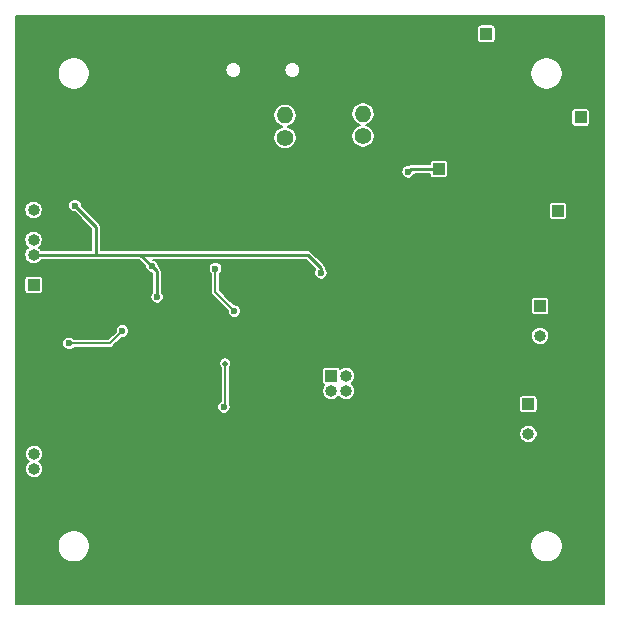
<source format=gbr>
%TF.GenerationSoftware,KiCad,Pcbnew,(5.1.12)-1*%
%TF.CreationDate,2021-12-23T20:15:37-08:00*%
%TF.ProjectId,frozen_stuff,66726f7a-656e-45f7-9374-7566662e6b69,rev?*%
%TF.SameCoordinates,Original*%
%TF.FileFunction,Copper,L2,Bot*%
%TF.FilePolarity,Positive*%
%FSLAX46Y46*%
G04 Gerber Fmt 4.6, Leading zero omitted, Abs format (unit mm)*
G04 Created by KiCad (PCBNEW (5.1.12)-1) date 2021-12-23 20:15:37*
%MOMM*%
%LPD*%
G01*
G04 APERTURE LIST*
%TA.AperFunction,ComponentPad*%
%ADD10R,1.000000X1.000000*%
%TD*%
%TA.AperFunction,ComponentPad*%
%ADD11O,1.000000X1.000000*%
%TD*%
%TA.AperFunction,ComponentPad*%
%ADD12C,1.400000*%
%TD*%
%TA.AperFunction,ComponentPad*%
%ADD13O,1.400000X1.400000*%
%TD*%
%TA.AperFunction,ComponentPad*%
%ADD14O,1.450000X2.000000*%
%TD*%
%TA.AperFunction,ComponentPad*%
%ADD15O,1.150000X1.800000*%
%TD*%
%TA.AperFunction,ComponentPad*%
%ADD16C,0.600000*%
%TD*%
%TA.AperFunction,ViaPad*%
%ADD17C,0.600000*%
%TD*%
%TA.AperFunction,ViaPad*%
%ADD18C,0.500000*%
%TD*%
%TA.AperFunction,ViaPad*%
%ADD19C,0.800000*%
%TD*%
%TA.AperFunction,Conductor*%
%ADD20C,0.200000*%
%TD*%
%TA.AperFunction,Conductor*%
%ADD21C,0.250000*%
%TD*%
%TA.AperFunction,Conductor*%
%ADD22C,0.150000*%
%TD*%
%TA.AperFunction,Conductor*%
%ADD23C,0.050000*%
%TD*%
G04 APERTURE END LIST*
D10*
%TO.P,J9,1*%
%TO.N,+1V5*%
X207900000Y-88700000D03*
D11*
%TO.P,J9,2*%
%TO.N,GND*%
X207900000Y-89970000D03*
%TD*%
D10*
%TO.P,J8,1*%
%TO.N,/I2C1_SDA*%
X186800000Y-110600000D03*
D11*
%TO.P,J8,2*%
%TO.N,/I2C1_SCK*%
X188070000Y-110600000D03*
%TO.P,J8,3*%
%TO.N,/I2C0_SCK*%
X186800000Y-111870000D03*
%TO.P,J8,4*%
%TO.N,/I2C0_SDA*%
X188070000Y-111870000D03*
%TD*%
D10*
%TO.P,J7,1*%
%TO.N,+5V*%
X206000000Y-96600000D03*
D11*
%TO.P,J7,2*%
%TO.N,GND*%
X206000000Y-97870000D03*
%TD*%
D10*
%TO.P,J6,1*%
%TO.N,+3V3*%
X195900000Y-93070000D03*
D11*
%TO.P,J6,2*%
%TO.N,GND*%
X195900000Y-91800000D03*
%TD*%
D10*
%TO.P,J4,1*%
%TO.N,Net-(J4-Pad1)*%
X161594800Y-102870000D03*
D11*
%TO.P,J4,2*%
%TO.N,GND*%
X161594800Y-101600000D03*
%TO.P,J4,3*%
%TO.N,+3V3*%
X161594800Y-100330000D03*
%TO.P,J4,4*%
%TO.N,Net-(J4-Pad4)*%
X161594800Y-99060000D03*
%TO.P,J4,5*%
%TO.N,GND*%
X161594800Y-97790000D03*
%TO.P,J4,6*%
%TO.N,+3V3*%
X161594800Y-96520000D03*
%TD*%
D10*
%TO.P,J5,1*%
%TO.N,GND*%
X161645600Y-114655600D03*
D11*
%TO.P,J5,2*%
X161645600Y-115925600D03*
%TO.P,J5,3*%
%TO.N,Net-(J5-Pad3)*%
X161645600Y-117195600D03*
%TO.P,J5,4*%
%TO.N,Net-(J5-Pad4)*%
X161645600Y-118465600D03*
%TD*%
D12*
%TO.P,R18,1*%
%TO.N,Net-(Q3-Pad3)*%
X182880000Y-90424000D03*
D13*
%TO.P,R18,2*%
%TO.N,/Power Supply/USBVCC*%
X182880000Y-88524000D03*
%TD*%
D10*
%TO.P,J3,1*%
%TO.N,Net-(C24-Pad1)*%
X204470000Y-104648000D03*
D11*
%TO.P,J3,2*%
%TO.N,GND*%
X204470000Y-105918000D03*
%TO.P,J3,3*%
%TO.N,Net-(C25-Pad1)*%
X204470000Y-107188000D03*
%TO.P,J3,4*%
%TO.N,GND*%
X204470000Y-108458000D03*
%TD*%
D12*
%TO.P,R17,1*%
%TO.N,+5V*%
X189484000Y-90292000D03*
D13*
%TO.P,R17,2*%
%TO.N,/Power Supply/USBVCC*%
X189484000Y-88392000D03*
%TD*%
D14*
%TO.P,J1,6*%
%TO.N,GND*%
X184730000Y-85743000D03*
X177280000Y-85743000D03*
D15*
X184880000Y-81943000D03*
X177130000Y-81943000D03*
%TD*%
D10*
%TO.P,BT1,1*%
%TO.N,Net-(BT1-Pad1)*%
X199928000Y-81607000D03*
D11*
%TO.P,BT1,2*%
%TO.N,GND*%
X198658000Y-81607000D03*
%TD*%
D16*
%TO.P,U4,57*%
%TO.N,GND*%
X178470000Y-108663000D03*
X177195000Y-108663000D03*
X175920000Y-108663000D03*
X178470000Y-107388000D03*
X177195000Y-107388000D03*
X175920000Y-107388000D03*
X178470000Y-106113000D03*
X177195000Y-106113000D03*
X175920000Y-106113000D03*
%TD*%
D10*
%TO.P,J2,1*%
%TO.N,Net-(J2-Pad1)*%
X203484000Y-112976000D03*
D11*
%TO.P,J2,2*%
%TO.N,GND*%
X203484000Y-114246000D03*
%TO.P,J2,3*%
%TO.N,Net-(J2-Pad3)*%
X203484000Y-115516000D03*
%TD*%
D17*
%TO.N,GND*%
X197244000Y-94494000D03*
X199000000Y-112000000D03*
X184000000Y-113000000D03*
X186000000Y-104000000D03*
X189000000Y-104000000D03*
X194000000Y-104000000D03*
X196000000Y-103000000D03*
X196500000Y-106000000D03*
X200200000Y-105700000D03*
X196500000Y-108000000D03*
X202500000Y-103500000D03*
X199500000Y-99000000D03*
X196200000Y-98700000D03*
X202500000Y-99000000D03*
X199000000Y-97000000D03*
X194000000Y-98000000D03*
X192000000Y-96000000D03*
X189000000Y-95500000D03*
X191000000Y-98000000D03*
X183234000Y-85852000D03*
X181734000Y-84250000D03*
X190750000Y-83750000D03*
X193036000Y-87476000D03*
X200500000Y-86200000D03*
X201000000Y-84000000D03*
X204500000Y-92000000D03*
X202750000Y-91250000D03*
X199250000Y-91500000D03*
X199250000Y-89750000D03*
X197000000Y-89750000D03*
X174250000Y-101750000D03*
X169250000Y-101500000D03*
X169500000Y-96500000D03*
X168500000Y-92750000D03*
X166000000Y-96000000D03*
X166000000Y-92750000D03*
X164750000Y-97750000D03*
X166624000Y-103695500D03*
X167576500Y-109855000D03*
X180000000Y-116500000D03*
X166500000Y-116900000D03*
X171856400Y-120040400D03*
X178206400Y-120243600D03*
X186250000Y-114250000D03*
X186250000Y-116750000D03*
X192750000Y-116750000D03*
X192750000Y-114000000D03*
X199000000Y-114000000D03*
X199000000Y-116500000D03*
X178000000Y-97000000D03*
X175000000Y-95750000D03*
X175000000Y-93000000D03*
X171000000Y-94500000D03*
X180234000Y-93250000D03*
X180234000Y-87750000D03*
X201200000Y-94400000D03*
X174800000Y-97350000D03*
X172550000Y-93550000D03*
X172000000Y-92100000D03*
X174550000Y-91300000D03*
X191770000Y-107188000D03*
X187452000Y-105600500D03*
X184658000Y-99314000D03*
X180340000Y-96774000D03*
X168656000Y-112014000D03*
X195072000Y-85852000D03*
X192151000Y-84391500D03*
X193802000Y-84391500D03*
X193040000Y-82804000D03*
X193040000Y-92202000D03*
X186499500Y-89535000D03*
X186600000Y-87500000D03*
X188404500Y-89408000D03*
X184404000Y-90233500D03*
X190817500Y-88709500D03*
X189484000Y-85979000D03*
X190881000Y-91440000D03*
X169354500Y-97726500D03*
X169291000Y-98996500D03*
X167195500Y-108458000D03*
X166116000Y-109347000D03*
X165798500Y-112204500D03*
X164528500Y-112064800D03*
X163068000Y-112166400D03*
X165544500Y-106870500D03*
X164541200Y-106426000D03*
X172008800Y-104902000D03*
X162052000Y-106426000D03*
D18*
X164541200Y-103733600D03*
D17*
X160985200Y-108051600D03*
X161798000Y-105105200D03*
X167436800Y-105765600D03*
X163068000Y-114401600D03*
X173532800Y-113639600D03*
X169824400Y-124053600D03*
X181102000Y-124206000D03*
X175361600Y-124155200D03*
X175006000Y-120497600D03*
X174853600Y-115163600D03*
X173583600Y-120091200D03*
X171805600Y-116078000D03*
X168706800Y-115011200D03*
X166725600Y-113588800D03*
X172313600Y-109524800D03*
X161290000Y-110744000D03*
X162763200Y-101498400D03*
X177952400Y-117525800D03*
X181700000Y-113900000D03*
X166300000Y-120600000D03*
X163000000Y-116700000D03*
X166700000Y-114500000D03*
X164900000Y-117000000D03*
X181800000Y-107100000D03*
X185200000Y-109100000D03*
X186000000Y-106700000D03*
X189200000Y-111300000D03*
X188700000Y-109200000D03*
X188900000Y-113400000D03*
X194800000Y-105700000D03*
X201500000Y-87900000D03*
X206700000Y-87500000D03*
X207900000Y-85800000D03*
X206400000Y-82200000D03*
X165100000Y-88400000D03*
X167900000Y-86500000D03*
X168000000Y-84700000D03*
X167000000Y-82600000D03*
X163000000Y-82600000D03*
X162000000Y-84600000D03*
X162100000Y-86500000D03*
X205000000Y-128000000D03*
X207100000Y-127400000D03*
X207900000Y-125300000D03*
X207400000Y-123400000D03*
X205700000Y-122200000D03*
X203600000Y-122400000D03*
X202200000Y-123900000D03*
X202200000Y-126000000D03*
X203300000Y-127500000D03*
X166000000Y-127800000D03*
X167600000Y-123600000D03*
X166100000Y-122300000D03*
X164000000Y-122300000D03*
X162200000Y-123800000D03*
X162100000Y-126100000D03*
X163900000Y-127800000D03*
X163200000Y-88000000D03*
X167000000Y-87800000D03*
X165000000Y-82000000D03*
X167800000Y-126100000D03*
X186500000Y-101100000D03*
X204100000Y-95200000D03*
X204100000Y-97400000D03*
X205600000Y-89600000D03*
X209100000Y-87700000D03*
X173200000Y-116800000D03*
X202100000Y-85900000D03*
X202300000Y-83400000D03*
X183100000Y-96000000D03*
X185800000Y-94000000D03*
X186400000Y-91500000D03*
X184400000Y-92800000D03*
X197400000Y-85100000D03*
X199200000Y-85000000D03*
X195100000Y-83500000D03*
X197300000Y-83000000D03*
X195400000Y-82000000D03*
X192900000Y-80400000D03*
X197600000Y-80500000D03*
X190600000Y-82200000D03*
X199000000Y-94500000D03*
X203100000Y-89500000D03*
X182000000Y-120000000D03*
X168700000Y-120100000D03*
X168600000Y-116900000D03*
X170100000Y-118200000D03*
X189100000Y-107100000D03*
X188200000Y-86800000D03*
D19*
X203700000Y-82100000D03*
D17*
X203600000Y-87700000D03*
X207700000Y-83400000D03*
%TO.N,+3V3*%
X171607000Y-101292000D03*
X165100000Y-96164400D03*
X193300000Y-93300000D03*
X185918500Y-101863500D03*
X172049000Y-103898000D03*
%TO.N,+1V1*%
X178592000Y-105102000D03*
X176995000Y-101492000D03*
X177703000Y-113230000D03*
D18*
X177800000Y-109537500D03*
D17*
%TO.N,/ADC_SI*%
X169113200Y-106781600D03*
X164592000Y-107823000D03*
%TD*%
D20*
%TO.N,+3V3*%
X171607000Y-101292000D02*
X171607000Y-101292000D01*
X161594800Y-100330000D02*
X163169600Y-100330000D01*
D21*
X193530000Y-93070000D02*
X193300000Y-93300000D01*
X195900000Y-93070000D02*
X193530000Y-93070000D01*
X171607000Y-101292000D02*
X170645000Y-100330000D01*
X163322000Y-100330000D02*
X161594800Y-100330000D01*
X166878000Y-97942400D02*
X166878000Y-100330000D01*
X165100000Y-96164400D02*
X166878000Y-97942400D01*
X166878000Y-100330000D02*
X163322000Y-100330000D01*
X170645000Y-100330000D02*
X166878000Y-100330000D01*
X185918500Y-101443502D02*
X185918500Y-101863500D01*
X184804998Y-100330000D02*
X185918500Y-101443502D01*
X170645000Y-100330000D02*
X184804998Y-100330000D01*
X172049000Y-101734000D02*
X171607000Y-101292000D01*
X172049000Y-103898000D02*
X172049000Y-101734000D01*
D20*
%TO.N,+1V1*%
X176995000Y-103505000D02*
X178592000Y-105102000D01*
X176995000Y-101492000D02*
X176995000Y-103505000D01*
X177830000Y-113103000D02*
X177703000Y-113230000D01*
X177830000Y-109420000D02*
X177830000Y-113103000D01*
%TO.N,/ADC_SI*%
X167157400Y-107823000D02*
X167767000Y-107823000D01*
X164592000Y-107823000D02*
X167157400Y-107823000D01*
X168071800Y-107823000D02*
X169113200Y-106781600D01*
X167767000Y-107823000D02*
X168071800Y-107823000D01*
%TD*%
D22*
%TO.N,GND*%
X209925000Y-129925000D02*
X160075000Y-129925000D01*
X160075000Y-124864574D01*
X163625000Y-124864574D01*
X163625000Y-125135426D01*
X163677841Y-125401073D01*
X163781491Y-125651307D01*
X163931968Y-125876511D01*
X164123489Y-126068032D01*
X164348693Y-126218509D01*
X164598927Y-126322159D01*
X164864574Y-126375000D01*
X165135426Y-126375000D01*
X165401073Y-126322159D01*
X165651307Y-126218509D01*
X165876511Y-126068032D01*
X166068032Y-125876511D01*
X166218509Y-125651307D01*
X166322159Y-125401073D01*
X166375000Y-125135426D01*
X166375000Y-124864574D01*
X203625000Y-124864574D01*
X203625000Y-125135426D01*
X203677841Y-125401073D01*
X203781491Y-125651307D01*
X203931968Y-125876511D01*
X204123489Y-126068032D01*
X204348693Y-126218509D01*
X204598927Y-126322159D01*
X204864574Y-126375000D01*
X205135426Y-126375000D01*
X205401073Y-126322159D01*
X205651307Y-126218509D01*
X205876511Y-126068032D01*
X206068032Y-125876511D01*
X206218509Y-125651307D01*
X206322159Y-125401073D01*
X206375000Y-125135426D01*
X206375000Y-124864574D01*
X206322159Y-124598927D01*
X206218509Y-124348693D01*
X206068032Y-124123489D01*
X205876511Y-123931968D01*
X205651307Y-123781491D01*
X205401073Y-123677841D01*
X205135426Y-123625000D01*
X204864574Y-123625000D01*
X204598927Y-123677841D01*
X204348693Y-123781491D01*
X204123489Y-123931968D01*
X203931968Y-124123489D01*
X203781491Y-124348693D01*
X203677841Y-124598927D01*
X203625000Y-124864574D01*
X166375000Y-124864574D01*
X166322159Y-124598927D01*
X166218509Y-124348693D01*
X166068032Y-124123489D01*
X165876511Y-123931968D01*
X165651307Y-123781491D01*
X165401073Y-123677841D01*
X165135426Y-123625000D01*
X164864574Y-123625000D01*
X164598927Y-123677841D01*
X164348693Y-123781491D01*
X164123489Y-123931968D01*
X163931968Y-124123489D01*
X163781491Y-124348693D01*
X163677841Y-124598927D01*
X163625000Y-124864574D01*
X160075000Y-124864574D01*
X160075000Y-117119269D01*
X160870600Y-117119269D01*
X160870600Y-117271931D01*
X160900383Y-117421659D01*
X160958804Y-117562700D01*
X161043618Y-117689634D01*
X161151566Y-117797582D01*
X161200981Y-117830600D01*
X161151566Y-117863618D01*
X161043618Y-117971566D01*
X160958804Y-118098500D01*
X160900383Y-118239541D01*
X160870600Y-118389269D01*
X160870600Y-118541931D01*
X160900383Y-118691659D01*
X160958804Y-118832700D01*
X161043618Y-118959634D01*
X161151566Y-119067582D01*
X161278500Y-119152396D01*
X161419541Y-119210817D01*
X161569269Y-119240600D01*
X161721931Y-119240600D01*
X161871659Y-119210817D01*
X162012700Y-119152396D01*
X162139634Y-119067582D01*
X162247582Y-118959634D01*
X162332396Y-118832700D01*
X162390817Y-118691659D01*
X162420600Y-118541931D01*
X162420600Y-118389269D01*
X162390817Y-118239541D01*
X162332396Y-118098500D01*
X162247582Y-117971566D01*
X162139634Y-117863618D01*
X162090219Y-117830600D01*
X162139634Y-117797582D01*
X162247582Y-117689634D01*
X162332396Y-117562700D01*
X162390817Y-117421659D01*
X162420600Y-117271931D01*
X162420600Y-117119269D01*
X162390817Y-116969541D01*
X162332396Y-116828500D01*
X162247582Y-116701566D01*
X162139634Y-116593618D01*
X162012700Y-116508804D01*
X161871659Y-116450383D01*
X161721931Y-116420600D01*
X161569269Y-116420600D01*
X161419541Y-116450383D01*
X161278500Y-116508804D01*
X161151566Y-116593618D01*
X161043618Y-116701566D01*
X160958804Y-116828500D01*
X160900383Y-116969541D01*
X160870600Y-117119269D01*
X160075000Y-117119269D01*
X160075000Y-115439669D01*
X202709000Y-115439669D01*
X202709000Y-115592331D01*
X202738783Y-115742059D01*
X202797204Y-115883100D01*
X202882018Y-116010034D01*
X202989966Y-116117982D01*
X203116900Y-116202796D01*
X203257941Y-116261217D01*
X203407669Y-116291000D01*
X203560331Y-116291000D01*
X203710059Y-116261217D01*
X203851100Y-116202796D01*
X203978034Y-116117982D01*
X204085982Y-116010034D01*
X204170796Y-115883100D01*
X204229217Y-115742059D01*
X204259000Y-115592331D01*
X204259000Y-115439669D01*
X204229217Y-115289941D01*
X204170796Y-115148900D01*
X204085982Y-115021966D01*
X203978034Y-114914018D01*
X203851100Y-114829204D01*
X203710059Y-114770783D01*
X203560331Y-114741000D01*
X203407669Y-114741000D01*
X203257941Y-114770783D01*
X203116900Y-114829204D01*
X202989966Y-114914018D01*
X202882018Y-115021966D01*
X202797204Y-115148900D01*
X202738783Y-115289941D01*
X202709000Y-115439669D01*
X160075000Y-115439669D01*
X160075000Y-113173367D01*
X177128000Y-113173367D01*
X177128000Y-113286633D01*
X177150097Y-113397721D01*
X177193442Y-113502365D01*
X177256368Y-113596541D01*
X177336459Y-113676632D01*
X177430635Y-113739558D01*
X177535279Y-113782903D01*
X177646367Y-113805000D01*
X177759633Y-113805000D01*
X177870721Y-113782903D01*
X177975365Y-113739558D01*
X178069541Y-113676632D01*
X178149632Y-113596541D01*
X178212558Y-113502365D01*
X178255903Y-113397721D01*
X178278000Y-113286633D01*
X178278000Y-113173367D01*
X178255903Y-113062279D01*
X178212558Y-112957635D01*
X178205000Y-112946324D01*
X178205000Y-110100000D01*
X186023670Y-110100000D01*
X186023670Y-111100000D01*
X186028980Y-111153909D01*
X186044704Y-111205747D01*
X186070240Y-111253521D01*
X186104605Y-111295395D01*
X186146479Y-111329760D01*
X186194253Y-111355296D01*
X186213001Y-111360983D01*
X186198018Y-111375966D01*
X186113204Y-111502900D01*
X186054783Y-111643941D01*
X186025000Y-111793669D01*
X186025000Y-111946331D01*
X186054783Y-112096059D01*
X186113204Y-112237100D01*
X186198018Y-112364034D01*
X186305966Y-112471982D01*
X186432900Y-112556796D01*
X186573941Y-112615217D01*
X186723669Y-112645000D01*
X186876331Y-112645000D01*
X187026059Y-112615217D01*
X187167100Y-112556796D01*
X187294034Y-112471982D01*
X187401982Y-112364034D01*
X187435000Y-112314619D01*
X187468018Y-112364034D01*
X187575966Y-112471982D01*
X187702900Y-112556796D01*
X187843941Y-112615217D01*
X187993669Y-112645000D01*
X188146331Y-112645000D01*
X188296059Y-112615217D01*
X188437100Y-112556796D01*
X188558020Y-112476000D01*
X202707670Y-112476000D01*
X202707670Y-113476000D01*
X202712980Y-113529909D01*
X202728704Y-113581747D01*
X202754240Y-113629521D01*
X202788605Y-113671395D01*
X202830479Y-113705760D01*
X202878253Y-113731296D01*
X202930091Y-113747020D01*
X202984000Y-113752330D01*
X203984000Y-113752330D01*
X204037909Y-113747020D01*
X204089747Y-113731296D01*
X204137521Y-113705760D01*
X204179395Y-113671395D01*
X204213760Y-113629521D01*
X204239296Y-113581747D01*
X204255020Y-113529909D01*
X204260330Y-113476000D01*
X204260330Y-112476000D01*
X204255020Y-112422091D01*
X204239296Y-112370253D01*
X204213760Y-112322479D01*
X204179395Y-112280605D01*
X204137521Y-112246240D01*
X204089747Y-112220704D01*
X204037909Y-112204980D01*
X203984000Y-112199670D01*
X202984000Y-112199670D01*
X202930091Y-112204980D01*
X202878253Y-112220704D01*
X202830479Y-112246240D01*
X202788605Y-112280605D01*
X202754240Y-112322479D01*
X202728704Y-112370253D01*
X202712980Y-112422091D01*
X202707670Y-112476000D01*
X188558020Y-112476000D01*
X188564034Y-112471982D01*
X188671982Y-112364034D01*
X188756796Y-112237100D01*
X188815217Y-112096059D01*
X188845000Y-111946331D01*
X188845000Y-111793669D01*
X188815217Y-111643941D01*
X188756796Y-111502900D01*
X188671982Y-111375966D01*
X188564034Y-111268018D01*
X188514619Y-111235000D01*
X188564034Y-111201982D01*
X188671982Y-111094034D01*
X188756796Y-110967100D01*
X188815217Y-110826059D01*
X188845000Y-110676331D01*
X188845000Y-110523669D01*
X188815217Y-110373941D01*
X188756796Y-110232900D01*
X188671982Y-110105966D01*
X188564034Y-109998018D01*
X188437100Y-109913204D01*
X188296059Y-109854783D01*
X188146331Y-109825000D01*
X187993669Y-109825000D01*
X187843941Y-109854783D01*
X187702900Y-109913204D01*
X187575966Y-109998018D01*
X187560983Y-110013001D01*
X187555296Y-109994253D01*
X187529760Y-109946479D01*
X187495395Y-109904605D01*
X187453521Y-109870240D01*
X187405747Y-109844704D01*
X187353909Y-109828980D01*
X187300000Y-109823670D01*
X186300000Y-109823670D01*
X186246091Y-109828980D01*
X186194253Y-109844704D01*
X186146479Y-109870240D01*
X186104605Y-109904605D01*
X186070240Y-109946479D01*
X186044704Y-109994253D01*
X186028980Y-110046091D01*
X186023670Y-110100000D01*
X178205000Y-110100000D01*
X178205000Y-109874962D01*
X178207794Y-109872168D01*
X178265249Y-109786181D01*
X178304824Y-109690637D01*
X178325000Y-109589208D01*
X178325000Y-109485792D01*
X178304824Y-109384363D01*
X178265249Y-109288819D01*
X178207794Y-109202832D01*
X178134668Y-109129706D01*
X178048681Y-109072251D01*
X177953137Y-109032676D01*
X177851708Y-109012500D01*
X177748292Y-109012500D01*
X177646863Y-109032676D01*
X177551319Y-109072251D01*
X177465332Y-109129706D01*
X177392206Y-109202832D01*
X177334751Y-109288819D01*
X177295176Y-109384363D01*
X177275000Y-109485792D01*
X177275000Y-109589208D01*
X177295176Y-109690637D01*
X177334751Y-109786181D01*
X177392206Y-109872168D01*
X177455000Y-109934962D01*
X177455001Y-112710349D01*
X177430635Y-112720442D01*
X177336459Y-112783368D01*
X177256368Y-112863459D01*
X177193442Y-112957635D01*
X177150097Y-113062279D01*
X177128000Y-113173367D01*
X160075000Y-113173367D01*
X160075000Y-107766367D01*
X164017000Y-107766367D01*
X164017000Y-107879633D01*
X164039097Y-107990721D01*
X164082442Y-108095365D01*
X164145368Y-108189541D01*
X164225459Y-108269632D01*
X164319635Y-108332558D01*
X164424279Y-108375903D01*
X164535367Y-108398000D01*
X164648633Y-108398000D01*
X164759721Y-108375903D01*
X164864365Y-108332558D01*
X164958541Y-108269632D01*
X165030173Y-108198000D01*
X168053384Y-108198000D01*
X168071800Y-108199814D01*
X168090216Y-108198000D01*
X168090219Y-108198000D01*
X168145313Y-108192574D01*
X168216000Y-108171131D01*
X168281147Y-108136309D01*
X168338248Y-108089448D01*
X168349995Y-108075134D01*
X169068530Y-107356600D01*
X169169833Y-107356600D01*
X169280921Y-107334503D01*
X169385565Y-107291158D01*
X169479741Y-107228232D01*
X169559832Y-107148141D01*
X169584201Y-107111669D01*
X203695000Y-107111669D01*
X203695000Y-107264331D01*
X203724783Y-107414059D01*
X203783204Y-107555100D01*
X203868018Y-107682034D01*
X203975966Y-107789982D01*
X204102900Y-107874796D01*
X204243941Y-107933217D01*
X204393669Y-107963000D01*
X204546331Y-107963000D01*
X204696059Y-107933217D01*
X204837100Y-107874796D01*
X204964034Y-107789982D01*
X205071982Y-107682034D01*
X205156796Y-107555100D01*
X205215217Y-107414059D01*
X205245000Y-107264331D01*
X205245000Y-107111669D01*
X205215217Y-106961941D01*
X205156796Y-106820900D01*
X205071982Y-106693966D01*
X204964034Y-106586018D01*
X204837100Y-106501204D01*
X204696059Y-106442783D01*
X204546331Y-106413000D01*
X204393669Y-106413000D01*
X204243941Y-106442783D01*
X204102900Y-106501204D01*
X203975966Y-106586018D01*
X203868018Y-106693966D01*
X203783204Y-106820900D01*
X203724783Y-106961941D01*
X203695000Y-107111669D01*
X169584201Y-107111669D01*
X169622758Y-107053965D01*
X169666103Y-106949321D01*
X169688200Y-106838233D01*
X169688200Y-106724967D01*
X169666103Y-106613879D01*
X169622758Y-106509235D01*
X169559832Y-106415059D01*
X169479741Y-106334968D01*
X169385565Y-106272042D01*
X169280921Y-106228697D01*
X169169833Y-106206600D01*
X169056567Y-106206600D01*
X168945479Y-106228697D01*
X168840835Y-106272042D01*
X168746659Y-106334968D01*
X168666568Y-106415059D01*
X168603642Y-106509235D01*
X168560297Y-106613879D01*
X168538200Y-106724967D01*
X168538200Y-106826270D01*
X167916471Y-107448000D01*
X165030173Y-107448000D01*
X164958541Y-107376368D01*
X164864365Y-107313442D01*
X164759721Y-107270097D01*
X164648633Y-107248000D01*
X164535367Y-107248000D01*
X164424279Y-107270097D01*
X164319635Y-107313442D01*
X164225459Y-107376368D01*
X164145368Y-107456459D01*
X164082442Y-107550635D01*
X164039097Y-107655279D01*
X164017000Y-107766367D01*
X160075000Y-107766367D01*
X160075000Y-102370000D01*
X160818470Y-102370000D01*
X160818470Y-103370000D01*
X160823780Y-103423909D01*
X160839504Y-103475747D01*
X160865040Y-103523521D01*
X160899405Y-103565395D01*
X160941279Y-103599760D01*
X160989053Y-103625296D01*
X161040891Y-103641020D01*
X161094800Y-103646330D01*
X162094800Y-103646330D01*
X162148709Y-103641020D01*
X162200547Y-103625296D01*
X162248321Y-103599760D01*
X162290195Y-103565395D01*
X162324560Y-103523521D01*
X162350096Y-103475747D01*
X162365820Y-103423909D01*
X162371130Y-103370000D01*
X162371130Y-102370000D01*
X162365820Y-102316091D01*
X162350096Y-102264253D01*
X162324560Y-102216479D01*
X162290195Y-102174605D01*
X162248321Y-102140240D01*
X162200547Y-102114704D01*
X162148709Y-102098980D01*
X162094800Y-102093670D01*
X161094800Y-102093670D01*
X161040891Y-102098980D01*
X160989053Y-102114704D01*
X160941279Y-102140240D01*
X160899405Y-102174605D01*
X160865040Y-102216479D01*
X160839504Y-102264253D01*
X160823780Y-102316091D01*
X160818470Y-102370000D01*
X160075000Y-102370000D01*
X160075000Y-98983669D01*
X160819800Y-98983669D01*
X160819800Y-99136331D01*
X160849583Y-99286059D01*
X160908004Y-99427100D01*
X160992818Y-99554034D01*
X161100766Y-99661982D01*
X161150181Y-99695000D01*
X161100766Y-99728018D01*
X160992818Y-99835966D01*
X160908004Y-99962900D01*
X160849583Y-100103941D01*
X160819800Y-100253669D01*
X160819800Y-100406331D01*
X160849583Y-100556059D01*
X160908004Y-100697100D01*
X160992818Y-100824034D01*
X161100766Y-100931982D01*
X161227700Y-101016796D01*
X161368741Y-101075217D01*
X161518469Y-101105000D01*
X161671131Y-101105000D01*
X161820859Y-101075217D01*
X161961900Y-101016796D01*
X162088834Y-100931982D01*
X162196782Y-100824034D01*
X162259613Y-100730000D01*
X166858354Y-100730000D01*
X166878000Y-100731935D01*
X166897647Y-100730000D01*
X170479315Y-100730000D01*
X171032000Y-101282685D01*
X171032000Y-101348633D01*
X171054097Y-101459721D01*
X171097442Y-101564365D01*
X171160368Y-101658541D01*
X171240459Y-101738632D01*
X171334635Y-101801558D01*
X171439279Y-101844903D01*
X171550367Y-101867000D01*
X171616315Y-101867000D01*
X171649001Y-101899686D01*
X171649000Y-103484827D01*
X171602368Y-103531459D01*
X171539442Y-103625635D01*
X171496097Y-103730279D01*
X171474000Y-103841367D01*
X171474000Y-103954633D01*
X171496097Y-104065721D01*
X171539442Y-104170365D01*
X171602368Y-104264541D01*
X171682459Y-104344632D01*
X171776635Y-104407558D01*
X171881279Y-104450903D01*
X171992367Y-104473000D01*
X172105633Y-104473000D01*
X172216721Y-104450903D01*
X172321365Y-104407558D01*
X172415541Y-104344632D01*
X172495632Y-104264541D01*
X172558558Y-104170365D01*
X172601903Y-104065721D01*
X172624000Y-103954633D01*
X172624000Y-103841367D01*
X172601903Y-103730279D01*
X172558558Y-103625635D01*
X172495632Y-103531459D01*
X172449000Y-103484827D01*
X172449000Y-101753635D01*
X172450934Y-101733999D01*
X172449000Y-101714363D01*
X172449000Y-101714353D01*
X172443212Y-101655586D01*
X172420340Y-101580186D01*
X172383197Y-101510697D01*
X172333211Y-101449789D01*
X172317948Y-101437263D01*
X172316052Y-101435367D01*
X176420000Y-101435367D01*
X176420000Y-101548633D01*
X176442097Y-101659721D01*
X176485442Y-101764365D01*
X176548368Y-101858541D01*
X176620000Y-101930173D01*
X176620001Y-103486574D01*
X176618186Y-103505000D01*
X176624135Y-103565395D01*
X176625427Y-103578513D01*
X176646870Y-103649200D01*
X176681692Y-103714347D01*
X176728553Y-103771448D01*
X176742862Y-103783191D01*
X178017000Y-105057330D01*
X178017000Y-105158633D01*
X178039097Y-105269721D01*
X178082442Y-105374365D01*
X178145368Y-105468541D01*
X178225459Y-105548632D01*
X178319635Y-105611558D01*
X178424279Y-105654903D01*
X178535367Y-105677000D01*
X178648633Y-105677000D01*
X178759721Y-105654903D01*
X178864365Y-105611558D01*
X178958541Y-105548632D01*
X179038632Y-105468541D01*
X179101558Y-105374365D01*
X179144903Y-105269721D01*
X179167000Y-105158633D01*
X179167000Y-105045367D01*
X179144903Y-104934279D01*
X179101558Y-104829635D01*
X179038632Y-104735459D01*
X178958541Y-104655368D01*
X178864365Y-104592442D01*
X178759721Y-104549097D01*
X178648633Y-104527000D01*
X178547330Y-104527000D01*
X178168330Y-104148000D01*
X203693670Y-104148000D01*
X203693670Y-105148000D01*
X203698980Y-105201909D01*
X203714704Y-105253747D01*
X203740240Y-105301521D01*
X203774605Y-105343395D01*
X203816479Y-105377760D01*
X203864253Y-105403296D01*
X203916091Y-105419020D01*
X203970000Y-105424330D01*
X204970000Y-105424330D01*
X205023909Y-105419020D01*
X205075747Y-105403296D01*
X205123521Y-105377760D01*
X205165395Y-105343395D01*
X205199760Y-105301521D01*
X205225296Y-105253747D01*
X205241020Y-105201909D01*
X205246330Y-105148000D01*
X205246330Y-104148000D01*
X205241020Y-104094091D01*
X205225296Y-104042253D01*
X205199760Y-103994479D01*
X205165395Y-103952605D01*
X205123521Y-103918240D01*
X205075747Y-103892704D01*
X205023909Y-103876980D01*
X204970000Y-103871670D01*
X203970000Y-103871670D01*
X203916091Y-103876980D01*
X203864253Y-103892704D01*
X203816479Y-103918240D01*
X203774605Y-103952605D01*
X203740240Y-103994479D01*
X203714704Y-104042253D01*
X203698980Y-104094091D01*
X203693670Y-104148000D01*
X178168330Y-104148000D01*
X177370000Y-103349671D01*
X177370000Y-101930173D01*
X177441632Y-101858541D01*
X177504558Y-101764365D01*
X177547903Y-101659721D01*
X177570000Y-101548633D01*
X177570000Y-101435367D01*
X177547903Y-101324279D01*
X177504558Y-101219635D01*
X177441632Y-101125459D01*
X177361541Y-101045368D01*
X177267365Y-100982442D01*
X177162721Y-100939097D01*
X177051633Y-100917000D01*
X176938367Y-100917000D01*
X176827279Y-100939097D01*
X176722635Y-100982442D01*
X176628459Y-101045368D01*
X176548368Y-101125459D01*
X176485442Y-101219635D01*
X176442097Y-101324279D01*
X176420000Y-101435367D01*
X172316052Y-101435367D01*
X172182000Y-101301315D01*
X172182000Y-101235367D01*
X172159903Y-101124279D01*
X172116558Y-101019635D01*
X172053632Y-100925459D01*
X171973541Y-100845368D01*
X171879365Y-100782442D01*
X171774721Y-100739097D01*
X171728988Y-100730000D01*
X184639313Y-100730000D01*
X185445594Y-101536281D01*
X185408942Y-101591135D01*
X185365597Y-101695779D01*
X185343500Y-101806867D01*
X185343500Y-101920133D01*
X185365597Y-102031221D01*
X185408942Y-102135865D01*
X185471868Y-102230041D01*
X185551959Y-102310132D01*
X185646135Y-102373058D01*
X185750779Y-102416403D01*
X185861867Y-102438500D01*
X185975133Y-102438500D01*
X186086221Y-102416403D01*
X186190865Y-102373058D01*
X186285041Y-102310132D01*
X186365132Y-102230041D01*
X186428058Y-102135865D01*
X186471403Y-102031221D01*
X186493500Y-101920133D01*
X186493500Y-101806867D01*
X186471403Y-101695779D01*
X186428058Y-101591135D01*
X186365132Y-101496959D01*
X186319650Y-101451477D01*
X186320435Y-101443502D01*
X186312712Y-101365088D01*
X186289840Y-101289688D01*
X186252697Y-101220199D01*
X186215235Y-101174552D01*
X186202711Y-101159291D01*
X186187449Y-101146766D01*
X185101735Y-100061052D01*
X185089209Y-100045789D01*
X185028301Y-99995803D01*
X184958812Y-99958660D01*
X184883412Y-99935788D01*
X184824645Y-99930000D01*
X184824644Y-99930000D01*
X184804998Y-99928065D01*
X184785352Y-99930000D01*
X170664646Y-99930000D01*
X170645000Y-99928065D01*
X170625354Y-99930000D01*
X167278000Y-99930000D01*
X167278000Y-97962047D01*
X167279935Y-97942400D01*
X167272212Y-97863986D01*
X167249340Y-97788586D01*
X167212197Y-97719097D01*
X167174735Y-97673450D01*
X167162211Y-97658189D01*
X167146949Y-97645664D01*
X165675000Y-96173715D01*
X165675000Y-96107767D01*
X165673456Y-96100000D01*
X205223670Y-96100000D01*
X205223670Y-97100000D01*
X205228980Y-97153909D01*
X205244704Y-97205747D01*
X205270240Y-97253521D01*
X205304605Y-97295395D01*
X205346479Y-97329760D01*
X205394253Y-97355296D01*
X205446091Y-97371020D01*
X205500000Y-97376330D01*
X206500000Y-97376330D01*
X206553909Y-97371020D01*
X206605747Y-97355296D01*
X206653521Y-97329760D01*
X206695395Y-97295395D01*
X206729760Y-97253521D01*
X206755296Y-97205747D01*
X206771020Y-97153909D01*
X206776330Y-97100000D01*
X206776330Y-96100000D01*
X206771020Y-96046091D01*
X206755296Y-95994253D01*
X206729760Y-95946479D01*
X206695395Y-95904605D01*
X206653521Y-95870240D01*
X206605747Y-95844704D01*
X206553909Y-95828980D01*
X206500000Y-95823670D01*
X205500000Y-95823670D01*
X205446091Y-95828980D01*
X205394253Y-95844704D01*
X205346479Y-95870240D01*
X205304605Y-95904605D01*
X205270240Y-95946479D01*
X205244704Y-95994253D01*
X205228980Y-96046091D01*
X205223670Y-96100000D01*
X165673456Y-96100000D01*
X165652903Y-95996679D01*
X165609558Y-95892035D01*
X165546632Y-95797859D01*
X165466541Y-95717768D01*
X165372365Y-95654842D01*
X165267721Y-95611497D01*
X165156633Y-95589400D01*
X165043367Y-95589400D01*
X164932279Y-95611497D01*
X164827635Y-95654842D01*
X164733459Y-95717768D01*
X164653368Y-95797859D01*
X164590442Y-95892035D01*
X164547097Y-95996679D01*
X164525000Y-96107767D01*
X164525000Y-96221033D01*
X164547097Y-96332121D01*
X164590442Y-96436765D01*
X164653368Y-96530941D01*
X164733459Y-96611032D01*
X164827635Y-96673958D01*
X164932279Y-96717303D01*
X165043367Y-96739400D01*
X165109315Y-96739400D01*
X166478000Y-98108085D01*
X166478001Y-99930000D01*
X162259613Y-99930000D01*
X162196782Y-99835966D01*
X162088834Y-99728018D01*
X162039419Y-99695000D01*
X162088834Y-99661982D01*
X162196782Y-99554034D01*
X162281596Y-99427100D01*
X162340017Y-99286059D01*
X162369800Y-99136331D01*
X162369800Y-98983669D01*
X162340017Y-98833941D01*
X162281596Y-98692900D01*
X162196782Y-98565966D01*
X162088834Y-98458018D01*
X161961900Y-98373204D01*
X161820859Y-98314783D01*
X161671131Y-98285000D01*
X161518469Y-98285000D01*
X161368741Y-98314783D01*
X161227700Y-98373204D01*
X161100766Y-98458018D01*
X160992818Y-98565966D01*
X160908004Y-98692900D01*
X160849583Y-98833941D01*
X160819800Y-98983669D01*
X160075000Y-98983669D01*
X160075000Y-96443669D01*
X160819800Y-96443669D01*
X160819800Y-96596331D01*
X160849583Y-96746059D01*
X160908004Y-96887100D01*
X160992818Y-97014034D01*
X161100766Y-97121982D01*
X161227700Y-97206796D01*
X161368741Y-97265217D01*
X161518469Y-97295000D01*
X161671131Y-97295000D01*
X161820859Y-97265217D01*
X161961900Y-97206796D01*
X162088834Y-97121982D01*
X162196782Y-97014034D01*
X162281596Y-96887100D01*
X162340017Y-96746059D01*
X162369800Y-96596331D01*
X162369800Y-96443669D01*
X162340017Y-96293941D01*
X162281596Y-96152900D01*
X162196782Y-96025966D01*
X162088834Y-95918018D01*
X161961900Y-95833204D01*
X161820859Y-95774783D01*
X161671131Y-95745000D01*
X161518469Y-95745000D01*
X161368741Y-95774783D01*
X161227700Y-95833204D01*
X161100766Y-95918018D01*
X160992818Y-96025966D01*
X160908004Y-96152900D01*
X160849583Y-96293941D01*
X160819800Y-96443669D01*
X160075000Y-96443669D01*
X160075000Y-93243367D01*
X192725000Y-93243367D01*
X192725000Y-93356633D01*
X192747097Y-93467721D01*
X192790442Y-93572365D01*
X192853368Y-93666541D01*
X192933459Y-93746632D01*
X193027635Y-93809558D01*
X193132279Y-93852903D01*
X193243367Y-93875000D01*
X193356633Y-93875000D01*
X193467721Y-93852903D01*
X193572365Y-93809558D01*
X193666541Y-93746632D01*
X193746632Y-93666541D01*
X193809558Y-93572365D01*
X193851959Y-93470000D01*
X195123670Y-93470000D01*
X195123670Y-93570000D01*
X195128980Y-93623909D01*
X195144704Y-93675747D01*
X195170240Y-93723521D01*
X195204605Y-93765395D01*
X195246479Y-93799760D01*
X195294253Y-93825296D01*
X195346091Y-93841020D01*
X195400000Y-93846330D01*
X196400000Y-93846330D01*
X196453909Y-93841020D01*
X196505747Y-93825296D01*
X196553521Y-93799760D01*
X196595395Y-93765395D01*
X196629760Y-93723521D01*
X196655296Y-93675747D01*
X196671020Y-93623909D01*
X196676330Y-93570000D01*
X196676330Y-92570000D01*
X196671020Y-92516091D01*
X196655296Y-92464253D01*
X196629760Y-92416479D01*
X196595395Y-92374605D01*
X196553521Y-92340240D01*
X196505747Y-92314704D01*
X196453909Y-92298980D01*
X196400000Y-92293670D01*
X195400000Y-92293670D01*
X195346091Y-92298980D01*
X195294253Y-92314704D01*
X195246479Y-92340240D01*
X195204605Y-92374605D01*
X195170240Y-92416479D01*
X195144704Y-92464253D01*
X195128980Y-92516091D01*
X195123670Y-92570000D01*
X195123670Y-92670000D01*
X193549635Y-92670000D01*
X193529999Y-92668066D01*
X193510363Y-92670000D01*
X193510353Y-92670000D01*
X193451586Y-92675788D01*
X193376186Y-92698660D01*
X193326908Y-92725000D01*
X193243367Y-92725000D01*
X193132279Y-92747097D01*
X193027635Y-92790442D01*
X192933459Y-92853368D01*
X192853368Y-92933459D01*
X192790442Y-93027635D01*
X192747097Y-93132279D01*
X192725000Y-93243367D01*
X160075000Y-93243367D01*
X160075000Y-88427971D01*
X181905000Y-88427971D01*
X181905000Y-88620029D01*
X181942468Y-88808397D01*
X182015966Y-88985836D01*
X182122668Y-89145527D01*
X182258473Y-89281332D01*
X182418164Y-89388034D01*
X182595603Y-89461532D01*
X182658285Y-89474000D01*
X182595603Y-89486468D01*
X182418164Y-89559966D01*
X182258473Y-89666668D01*
X182122668Y-89802473D01*
X182015966Y-89962164D01*
X181942468Y-90139603D01*
X181905000Y-90327971D01*
X181905000Y-90520029D01*
X181942468Y-90708397D01*
X182015966Y-90885836D01*
X182122668Y-91045527D01*
X182258473Y-91181332D01*
X182418164Y-91288034D01*
X182595603Y-91361532D01*
X182783971Y-91399000D01*
X182976029Y-91399000D01*
X183164397Y-91361532D01*
X183341836Y-91288034D01*
X183501527Y-91181332D01*
X183637332Y-91045527D01*
X183744034Y-90885836D01*
X183817532Y-90708397D01*
X183855000Y-90520029D01*
X183855000Y-90327971D01*
X183817532Y-90139603D01*
X183744034Y-89962164D01*
X183637332Y-89802473D01*
X183501527Y-89666668D01*
X183341836Y-89559966D01*
X183164397Y-89486468D01*
X183101715Y-89474000D01*
X183164397Y-89461532D01*
X183341836Y-89388034D01*
X183501527Y-89281332D01*
X183637332Y-89145527D01*
X183744034Y-88985836D01*
X183817532Y-88808397D01*
X183855000Y-88620029D01*
X183855000Y-88427971D01*
X183828745Y-88295971D01*
X188509000Y-88295971D01*
X188509000Y-88488029D01*
X188546468Y-88676397D01*
X188619966Y-88853836D01*
X188726668Y-89013527D01*
X188862473Y-89149332D01*
X189022164Y-89256034D01*
X189199603Y-89329532D01*
X189262285Y-89342000D01*
X189199603Y-89354468D01*
X189022164Y-89427966D01*
X188862473Y-89534668D01*
X188726668Y-89670473D01*
X188619966Y-89830164D01*
X188546468Y-90007603D01*
X188509000Y-90195971D01*
X188509000Y-90388029D01*
X188546468Y-90576397D01*
X188619966Y-90753836D01*
X188726668Y-90913527D01*
X188862473Y-91049332D01*
X189022164Y-91156034D01*
X189199603Y-91229532D01*
X189387971Y-91267000D01*
X189580029Y-91267000D01*
X189768397Y-91229532D01*
X189945836Y-91156034D01*
X190105527Y-91049332D01*
X190241332Y-90913527D01*
X190348034Y-90753836D01*
X190421532Y-90576397D01*
X190459000Y-90388029D01*
X190459000Y-90195971D01*
X190421532Y-90007603D01*
X190348034Y-89830164D01*
X190241332Y-89670473D01*
X190105527Y-89534668D01*
X189945836Y-89427966D01*
X189768397Y-89354468D01*
X189705715Y-89342000D01*
X189768397Y-89329532D01*
X189945836Y-89256034D01*
X190105527Y-89149332D01*
X190241332Y-89013527D01*
X190348034Y-88853836D01*
X190421532Y-88676397D01*
X190459000Y-88488029D01*
X190459000Y-88295971D01*
X190439911Y-88200000D01*
X207123670Y-88200000D01*
X207123670Y-89200000D01*
X207128980Y-89253909D01*
X207144704Y-89305747D01*
X207170240Y-89353521D01*
X207204605Y-89395395D01*
X207246479Y-89429760D01*
X207294253Y-89455296D01*
X207346091Y-89471020D01*
X207400000Y-89476330D01*
X208400000Y-89476330D01*
X208453909Y-89471020D01*
X208505747Y-89455296D01*
X208553521Y-89429760D01*
X208595395Y-89395395D01*
X208629760Y-89353521D01*
X208655296Y-89305747D01*
X208671020Y-89253909D01*
X208676330Y-89200000D01*
X208676330Y-88200000D01*
X208671020Y-88146091D01*
X208655296Y-88094253D01*
X208629760Y-88046479D01*
X208595395Y-88004605D01*
X208553521Y-87970240D01*
X208505747Y-87944704D01*
X208453909Y-87928980D01*
X208400000Y-87923670D01*
X207400000Y-87923670D01*
X207346091Y-87928980D01*
X207294253Y-87944704D01*
X207246479Y-87970240D01*
X207204605Y-88004605D01*
X207170240Y-88046479D01*
X207144704Y-88094253D01*
X207128980Y-88146091D01*
X207123670Y-88200000D01*
X190439911Y-88200000D01*
X190421532Y-88107603D01*
X190348034Y-87930164D01*
X190241332Y-87770473D01*
X190105527Y-87634668D01*
X189945836Y-87527966D01*
X189768397Y-87454468D01*
X189580029Y-87417000D01*
X189387971Y-87417000D01*
X189199603Y-87454468D01*
X189022164Y-87527966D01*
X188862473Y-87634668D01*
X188726668Y-87770473D01*
X188619966Y-87930164D01*
X188546468Y-88107603D01*
X188509000Y-88295971D01*
X183828745Y-88295971D01*
X183817532Y-88239603D01*
X183744034Y-88062164D01*
X183637332Y-87902473D01*
X183501527Y-87766668D01*
X183341836Y-87659966D01*
X183164397Y-87586468D01*
X182976029Y-87549000D01*
X182783971Y-87549000D01*
X182595603Y-87586468D01*
X182418164Y-87659966D01*
X182258473Y-87766668D01*
X182122668Y-87902473D01*
X182015966Y-88062164D01*
X181942468Y-88239603D01*
X181905000Y-88427971D01*
X160075000Y-88427971D01*
X160075000Y-84864574D01*
X163625000Y-84864574D01*
X163625000Y-85135426D01*
X163677841Y-85401073D01*
X163781491Y-85651307D01*
X163931968Y-85876511D01*
X164123489Y-86068032D01*
X164348693Y-86218509D01*
X164598927Y-86322159D01*
X164864574Y-86375000D01*
X165135426Y-86375000D01*
X165401073Y-86322159D01*
X165651307Y-86218509D01*
X165876511Y-86068032D01*
X166068032Y-85876511D01*
X166218509Y-85651307D01*
X166322159Y-85401073D01*
X166375000Y-85135426D01*
X166375000Y-84864574D01*
X166327648Y-84626518D01*
X177830000Y-84626518D01*
X177830000Y-84759482D01*
X177855940Y-84889890D01*
X177906823Y-85012732D01*
X177980693Y-85123287D01*
X178074713Y-85217307D01*
X178185268Y-85291177D01*
X178308110Y-85342060D01*
X178438518Y-85368000D01*
X178571482Y-85368000D01*
X178701890Y-85342060D01*
X178824732Y-85291177D01*
X178935287Y-85217307D01*
X179029307Y-85123287D01*
X179103177Y-85012732D01*
X179154060Y-84889890D01*
X179180000Y-84759482D01*
X179180000Y-84626518D01*
X182830000Y-84626518D01*
X182830000Y-84759482D01*
X182855940Y-84889890D01*
X182906823Y-85012732D01*
X182980693Y-85123287D01*
X183074713Y-85217307D01*
X183185268Y-85291177D01*
X183308110Y-85342060D01*
X183438518Y-85368000D01*
X183571482Y-85368000D01*
X183701890Y-85342060D01*
X183824732Y-85291177D01*
X183935287Y-85217307D01*
X184029307Y-85123287D01*
X184103177Y-85012732D01*
X184154060Y-84889890D01*
X184159095Y-84864574D01*
X203625000Y-84864574D01*
X203625000Y-85135426D01*
X203677841Y-85401073D01*
X203781491Y-85651307D01*
X203931968Y-85876511D01*
X204123489Y-86068032D01*
X204348693Y-86218509D01*
X204598927Y-86322159D01*
X204864574Y-86375000D01*
X205135426Y-86375000D01*
X205401073Y-86322159D01*
X205651307Y-86218509D01*
X205876511Y-86068032D01*
X206068032Y-85876511D01*
X206218509Y-85651307D01*
X206322159Y-85401073D01*
X206375000Y-85135426D01*
X206375000Y-84864574D01*
X206322159Y-84598927D01*
X206218509Y-84348693D01*
X206068032Y-84123489D01*
X205876511Y-83931968D01*
X205651307Y-83781491D01*
X205401073Y-83677841D01*
X205135426Y-83625000D01*
X204864574Y-83625000D01*
X204598927Y-83677841D01*
X204348693Y-83781491D01*
X204123489Y-83931968D01*
X203931968Y-84123489D01*
X203781491Y-84348693D01*
X203677841Y-84598927D01*
X203625000Y-84864574D01*
X184159095Y-84864574D01*
X184180000Y-84759482D01*
X184180000Y-84626518D01*
X184154060Y-84496110D01*
X184103177Y-84373268D01*
X184029307Y-84262713D01*
X183935287Y-84168693D01*
X183824732Y-84094823D01*
X183701890Y-84043940D01*
X183571482Y-84018000D01*
X183438518Y-84018000D01*
X183308110Y-84043940D01*
X183185268Y-84094823D01*
X183074713Y-84168693D01*
X182980693Y-84262713D01*
X182906823Y-84373268D01*
X182855940Y-84496110D01*
X182830000Y-84626518D01*
X179180000Y-84626518D01*
X179154060Y-84496110D01*
X179103177Y-84373268D01*
X179029307Y-84262713D01*
X178935287Y-84168693D01*
X178824732Y-84094823D01*
X178701890Y-84043940D01*
X178571482Y-84018000D01*
X178438518Y-84018000D01*
X178308110Y-84043940D01*
X178185268Y-84094823D01*
X178074713Y-84168693D01*
X177980693Y-84262713D01*
X177906823Y-84373268D01*
X177855940Y-84496110D01*
X177830000Y-84626518D01*
X166327648Y-84626518D01*
X166322159Y-84598927D01*
X166218509Y-84348693D01*
X166068032Y-84123489D01*
X165876511Y-83931968D01*
X165651307Y-83781491D01*
X165401073Y-83677841D01*
X165135426Y-83625000D01*
X164864574Y-83625000D01*
X164598927Y-83677841D01*
X164348693Y-83781491D01*
X164123489Y-83931968D01*
X163931968Y-84123489D01*
X163781491Y-84348693D01*
X163677841Y-84598927D01*
X163625000Y-84864574D01*
X160075000Y-84864574D01*
X160075000Y-81107000D01*
X199151670Y-81107000D01*
X199151670Y-82107000D01*
X199156980Y-82160909D01*
X199172704Y-82212747D01*
X199198240Y-82260521D01*
X199232605Y-82302395D01*
X199274479Y-82336760D01*
X199322253Y-82362296D01*
X199374091Y-82378020D01*
X199428000Y-82383330D01*
X200428000Y-82383330D01*
X200481909Y-82378020D01*
X200533747Y-82362296D01*
X200581521Y-82336760D01*
X200623395Y-82302395D01*
X200657760Y-82260521D01*
X200683296Y-82212747D01*
X200699020Y-82160909D01*
X200704330Y-82107000D01*
X200704330Y-81107000D01*
X200699020Y-81053091D01*
X200683296Y-81001253D01*
X200657760Y-80953479D01*
X200623395Y-80911605D01*
X200581521Y-80877240D01*
X200533747Y-80851704D01*
X200481909Y-80835980D01*
X200428000Y-80830670D01*
X199428000Y-80830670D01*
X199374091Y-80835980D01*
X199322253Y-80851704D01*
X199274479Y-80877240D01*
X199232605Y-80911605D01*
X199198240Y-80953479D01*
X199172704Y-81001253D01*
X199156980Y-81053091D01*
X199151670Y-81107000D01*
X160075000Y-81107000D01*
X160075000Y-80075000D01*
X209925000Y-80075000D01*
X209925000Y-129925000D01*
%TA.AperFunction,Conductor*%
D23*
G36*
X209925000Y-129925000D02*
G01*
X160075000Y-129925000D01*
X160075000Y-124864574D01*
X163625000Y-124864574D01*
X163625000Y-125135426D01*
X163677841Y-125401073D01*
X163781491Y-125651307D01*
X163931968Y-125876511D01*
X164123489Y-126068032D01*
X164348693Y-126218509D01*
X164598927Y-126322159D01*
X164864574Y-126375000D01*
X165135426Y-126375000D01*
X165401073Y-126322159D01*
X165651307Y-126218509D01*
X165876511Y-126068032D01*
X166068032Y-125876511D01*
X166218509Y-125651307D01*
X166322159Y-125401073D01*
X166375000Y-125135426D01*
X166375000Y-124864574D01*
X203625000Y-124864574D01*
X203625000Y-125135426D01*
X203677841Y-125401073D01*
X203781491Y-125651307D01*
X203931968Y-125876511D01*
X204123489Y-126068032D01*
X204348693Y-126218509D01*
X204598927Y-126322159D01*
X204864574Y-126375000D01*
X205135426Y-126375000D01*
X205401073Y-126322159D01*
X205651307Y-126218509D01*
X205876511Y-126068032D01*
X206068032Y-125876511D01*
X206218509Y-125651307D01*
X206322159Y-125401073D01*
X206375000Y-125135426D01*
X206375000Y-124864574D01*
X206322159Y-124598927D01*
X206218509Y-124348693D01*
X206068032Y-124123489D01*
X205876511Y-123931968D01*
X205651307Y-123781491D01*
X205401073Y-123677841D01*
X205135426Y-123625000D01*
X204864574Y-123625000D01*
X204598927Y-123677841D01*
X204348693Y-123781491D01*
X204123489Y-123931968D01*
X203931968Y-124123489D01*
X203781491Y-124348693D01*
X203677841Y-124598927D01*
X203625000Y-124864574D01*
X166375000Y-124864574D01*
X166322159Y-124598927D01*
X166218509Y-124348693D01*
X166068032Y-124123489D01*
X165876511Y-123931968D01*
X165651307Y-123781491D01*
X165401073Y-123677841D01*
X165135426Y-123625000D01*
X164864574Y-123625000D01*
X164598927Y-123677841D01*
X164348693Y-123781491D01*
X164123489Y-123931968D01*
X163931968Y-124123489D01*
X163781491Y-124348693D01*
X163677841Y-124598927D01*
X163625000Y-124864574D01*
X160075000Y-124864574D01*
X160075000Y-117119269D01*
X160870600Y-117119269D01*
X160870600Y-117271931D01*
X160900383Y-117421659D01*
X160958804Y-117562700D01*
X161043618Y-117689634D01*
X161151566Y-117797582D01*
X161200981Y-117830600D01*
X161151566Y-117863618D01*
X161043618Y-117971566D01*
X160958804Y-118098500D01*
X160900383Y-118239541D01*
X160870600Y-118389269D01*
X160870600Y-118541931D01*
X160900383Y-118691659D01*
X160958804Y-118832700D01*
X161043618Y-118959634D01*
X161151566Y-119067582D01*
X161278500Y-119152396D01*
X161419541Y-119210817D01*
X161569269Y-119240600D01*
X161721931Y-119240600D01*
X161871659Y-119210817D01*
X162012700Y-119152396D01*
X162139634Y-119067582D01*
X162247582Y-118959634D01*
X162332396Y-118832700D01*
X162390817Y-118691659D01*
X162420600Y-118541931D01*
X162420600Y-118389269D01*
X162390817Y-118239541D01*
X162332396Y-118098500D01*
X162247582Y-117971566D01*
X162139634Y-117863618D01*
X162090219Y-117830600D01*
X162139634Y-117797582D01*
X162247582Y-117689634D01*
X162332396Y-117562700D01*
X162390817Y-117421659D01*
X162420600Y-117271931D01*
X162420600Y-117119269D01*
X162390817Y-116969541D01*
X162332396Y-116828500D01*
X162247582Y-116701566D01*
X162139634Y-116593618D01*
X162012700Y-116508804D01*
X161871659Y-116450383D01*
X161721931Y-116420600D01*
X161569269Y-116420600D01*
X161419541Y-116450383D01*
X161278500Y-116508804D01*
X161151566Y-116593618D01*
X161043618Y-116701566D01*
X160958804Y-116828500D01*
X160900383Y-116969541D01*
X160870600Y-117119269D01*
X160075000Y-117119269D01*
X160075000Y-115439669D01*
X202709000Y-115439669D01*
X202709000Y-115592331D01*
X202738783Y-115742059D01*
X202797204Y-115883100D01*
X202882018Y-116010034D01*
X202989966Y-116117982D01*
X203116900Y-116202796D01*
X203257941Y-116261217D01*
X203407669Y-116291000D01*
X203560331Y-116291000D01*
X203710059Y-116261217D01*
X203851100Y-116202796D01*
X203978034Y-116117982D01*
X204085982Y-116010034D01*
X204170796Y-115883100D01*
X204229217Y-115742059D01*
X204259000Y-115592331D01*
X204259000Y-115439669D01*
X204229217Y-115289941D01*
X204170796Y-115148900D01*
X204085982Y-115021966D01*
X203978034Y-114914018D01*
X203851100Y-114829204D01*
X203710059Y-114770783D01*
X203560331Y-114741000D01*
X203407669Y-114741000D01*
X203257941Y-114770783D01*
X203116900Y-114829204D01*
X202989966Y-114914018D01*
X202882018Y-115021966D01*
X202797204Y-115148900D01*
X202738783Y-115289941D01*
X202709000Y-115439669D01*
X160075000Y-115439669D01*
X160075000Y-113173367D01*
X177128000Y-113173367D01*
X177128000Y-113286633D01*
X177150097Y-113397721D01*
X177193442Y-113502365D01*
X177256368Y-113596541D01*
X177336459Y-113676632D01*
X177430635Y-113739558D01*
X177535279Y-113782903D01*
X177646367Y-113805000D01*
X177759633Y-113805000D01*
X177870721Y-113782903D01*
X177975365Y-113739558D01*
X178069541Y-113676632D01*
X178149632Y-113596541D01*
X178212558Y-113502365D01*
X178255903Y-113397721D01*
X178278000Y-113286633D01*
X178278000Y-113173367D01*
X178255903Y-113062279D01*
X178212558Y-112957635D01*
X178205000Y-112946324D01*
X178205000Y-110100000D01*
X186023670Y-110100000D01*
X186023670Y-111100000D01*
X186028980Y-111153909D01*
X186044704Y-111205747D01*
X186070240Y-111253521D01*
X186104605Y-111295395D01*
X186146479Y-111329760D01*
X186194253Y-111355296D01*
X186213001Y-111360983D01*
X186198018Y-111375966D01*
X186113204Y-111502900D01*
X186054783Y-111643941D01*
X186025000Y-111793669D01*
X186025000Y-111946331D01*
X186054783Y-112096059D01*
X186113204Y-112237100D01*
X186198018Y-112364034D01*
X186305966Y-112471982D01*
X186432900Y-112556796D01*
X186573941Y-112615217D01*
X186723669Y-112645000D01*
X186876331Y-112645000D01*
X187026059Y-112615217D01*
X187167100Y-112556796D01*
X187294034Y-112471982D01*
X187401982Y-112364034D01*
X187435000Y-112314619D01*
X187468018Y-112364034D01*
X187575966Y-112471982D01*
X187702900Y-112556796D01*
X187843941Y-112615217D01*
X187993669Y-112645000D01*
X188146331Y-112645000D01*
X188296059Y-112615217D01*
X188437100Y-112556796D01*
X188558020Y-112476000D01*
X202707670Y-112476000D01*
X202707670Y-113476000D01*
X202712980Y-113529909D01*
X202728704Y-113581747D01*
X202754240Y-113629521D01*
X202788605Y-113671395D01*
X202830479Y-113705760D01*
X202878253Y-113731296D01*
X202930091Y-113747020D01*
X202984000Y-113752330D01*
X203984000Y-113752330D01*
X204037909Y-113747020D01*
X204089747Y-113731296D01*
X204137521Y-113705760D01*
X204179395Y-113671395D01*
X204213760Y-113629521D01*
X204239296Y-113581747D01*
X204255020Y-113529909D01*
X204260330Y-113476000D01*
X204260330Y-112476000D01*
X204255020Y-112422091D01*
X204239296Y-112370253D01*
X204213760Y-112322479D01*
X204179395Y-112280605D01*
X204137521Y-112246240D01*
X204089747Y-112220704D01*
X204037909Y-112204980D01*
X203984000Y-112199670D01*
X202984000Y-112199670D01*
X202930091Y-112204980D01*
X202878253Y-112220704D01*
X202830479Y-112246240D01*
X202788605Y-112280605D01*
X202754240Y-112322479D01*
X202728704Y-112370253D01*
X202712980Y-112422091D01*
X202707670Y-112476000D01*
X188558020Y-112476000D01*
X188564034Y-112471982D01*
X188671982Y-112364034D01*
X188756796Y-112237100D01*
X188815217Y-112096059D01*
X188845000Y-111946331D01*
X188845000Y-111793669D01*
X188815217Y-111643941D01*
X188756796Y-111502900D01*
X188671982Y-111375966D01*
X188564034Y-111268018D01*
X188514619Y-111235000D01*
X188564034Y-111201982D01*
X188671982Y-111094034D01*
X188756796Y-110967100D01*
X188815217Y-110826059D01*
X188845000Y-110676331D01*
X188845000Y-110523669D01*
X188815217Y-110373941D01*
X188756796Y-110232900D01*
X188671982Y-110105966D01*
X188564034Y-109998018D01*
X188437100Y-109913204D01*
X188296059Y-109854783D01*
X188146331Y-109825000D01*
X187993669Y-109825000D01*
X187843941Y-109854783D01*
X187702900Y-109913204D01*
X187575966Y-109998018D01*
X187560983Y-110013001D01*
X187555296Y-109994253D01*
X187529760Y-109946479D01*
X187495395Y-109904605D01*
X187453521Y-109870240D01*
X187405747Y-109844704D01*
X187353909Y-109828980D01*
X187300000Y-109823670D01*
X186300000Y-109823670D01*
X186246091Y-109828980D01*
X186194253Y-109844704D01*
X186146479Y-109870240D01*
X186104605Y-109904605D01*
X186070240Y-109946479D01*
X186044704Y-109994253D01*
X186028980Y-110046091D01*
X186023670Y-110100000D01*
X178205000Y-110100000D01*
X178205000Y-109874962D01*
X178207794Y-109872168D01*
X178265249Y-109786181D01*
X178304824Y-109690637D01*
X178325000Y-109589208D01*
X178325000Y-109485792D01*
X178304824Y-109384363D01*
X178265249Y-109288819D01*
X178207794Y-109202832D01*
X178134668Y-109129706D01*
X178048681Y-109072251D01*
X177953137Y-109032676D01*
X177851708Y-109012500D01*
X177748292Y-109012500D01*
X177646863Y-109032676D01*
X177551319Y-109072251D01*
X177465332Y-109129706D01*
X177392206Y-109202832D01*
X177334751Y-109288819D01*
X177295176Y-109384363D01*
X177275000Y-109485792D01*
X177275000Y-109589208D01*
X177295176Y-109690637D01*
X177334751Y-109786181D01*
X177392206Y-109872168D01*
X177455000Y-109934962D01*
X177455001Y-112710349D01*
X177430635Y-112720442D01*
X177336459Y-112783368D01*
X177256368Y-112863459D01*
X177193442Y-112957635D01*
X177150097Y-113062279D01*
X177128000Y-113173367D01*
X160075000Y-113173367D01*
X160075000Y-107766367D01*
X164017000Y-107766367D01*
X164017000Y-107879633D01*
X164039097Y-107990721D01*
X164082442Y-108095365D01*
X164145368Y-108189541D01*
X164225459Y-108269632D01*
X164319635Y-108332558D01*
X164424279Y-108375903D01*
X164535367Y-108398000D01*
X164648633Y-108398000D01*
X164759721Y-108375903D01*
X164864365Y-108332558D01*
X164958541Y-108269632D01*
X165030173Y-108198000D01*
X168053384Y-108198000D01*
X168071800Y-108199814D01*
X168090216Y-108198000D01*
X168090219Y-108198000D01*
X168145313Y-108192574D01*
X168216000Y-108171131D01*
X168281147Y-108136309D01*
X168338248Y-108089448D01*
X168349995Y-108075134D01*
X169068530Y-107356600D01*
X169169833Y-107356600D01*
X169280921Y-107334503D01*
X169385565Y-107291158D01*
X169479741Y-107228232D01*
X169559832Y-107148141D01*
X169584201Y-107111669D01*
X203695000Y-107111669D01*
X203695000Y-107264331D01*
X203724783Y-107414059D01*
X203783204Y-107555100D01*
X203868018Y-107682034D01*
X203975966Y-107789982D01*
X204102900Y-107874796D01*
X204243941Y-107933217D01*
X204393669Y-107963000D01*
X204546331Y-107963000D01*
X204696059Y-107933217D01*
X204837100Y-107874796D01*
X204964034Y-107789982D01*
X205071982Y-107682034D01*
X205156796Y-107555100D01*
X205215217Y-107414059D01*
X205245000Y-107264331D01*
X205245000Y-107111669D01*
X205215217Y-106961941D01*
X205156796Y-106820900D01*
X205071982Y-106693966D01*
X204964034Y-106586018D01*
X204837100Y-106501204D01*
X204696059Y-106442783D01*
X204546331Y-106413000D01*
X204393669Y-106413000D01*
X204243941Y-106442783D01*
X204102900Y-106501204D01*
X203975966Y-106586018D01*
X203868018Y-106693966D01*
X203783204Y-106820900D01*
X203724783Y-106961941D01*
X203695000Y-107111669D01*
X169584201Y-107111669D01*
X169622758Y-107053965D01*
X169666103Y-106949321D01*
X169688200Y-106838233D01*
X169688200Y-106724967D01*
X169666103Y-106613879D01*
X169622758Y-106509235D01*
X169559832Y-106415059D01*
X169479741Y-106334968D01*
X169385565Y-106272042D01*
X169280921Y-106228697D01*
X169169833Y-106206600D01*
X169056567Y-106206600D01*
X168945479Y-106228697D01*
X168840835Y-106272042D01*
X168746659Y-106334968D01*
X168666568Y-106415059D01*
X168603642Y-106509235D01*
X168560297Y-106613879D01*
X168538200Y-106724967D01*
X168538200Y-106826270D01*
X167916471Y-107448000D01*
X165030173Y-107448000D01*
X164958541Y-107376368D01*
X164864365Y-107313442D01*
X164759721Y-107270097D01*
X164648633Y-107248000D01*
X164535367Y-107248000D01*
X164424279Y-107270097D01*
X164319635Y-107313442D01*
X164225459Y-107376368D01*
X164145368Y-107456459D01*
X164082442Y-107550635D01*
X164039097Y-107655279D01*
X164017000Y-107766367D01*
X160075000Y-107766367D01*
X160075000Y-102370000D01*
X160818470Y-102370000D01*
X160818470Y-103370000D01*
X160823780Y-103423909D01*
X160839504Y-103475747D01*
X160865040Y-103523521D01*
X160899405Y-103565395D01*
X160941279Y-103599760D01*
X160989053Y-103625296D01*
X161040891Y-103641020D01*
X161094800Y-103646330D01*
X162094800Y-103646330D01*
X162148709Y-103641020D01*
X162200547Y-103625296D01*
X162248321Y-103599760D01*
X162290195Y-103565395D01*
X162324560Y-103523521D01*
X162350096Y-103475747D01*
X162365820Y-103423909D01*
X162371130Y-103370000D01*
X162371130Y-102370000D01*
X162365820Y-102316091D01*
X162350096Y-102264253D01*
X162324560Y-102216479D01*
X162290195Y-102174605D01*
X162248321Y-102140240D01*
X162200547Y-102114704D01*
X162148709Y-102098980D01*
X162094800Y-102093670D01*
X161094800Y-102093670D01*
X161040891Y-102098980D01*
X160989053Y-102114704D01*
X160941279Y-102140240D01*
X160899405Y-102174605D01*
X160865040Y-102216479D01*
X160839504Y-102264253D01*
X160823780Y-102316091D01*
X160818470Y-102370000D01*
X160075000Y-102370000D01*
X160075000Y-98983669D01*
X160819800Y-98983669D01*
X160819800Y-99136331D01*
X160849583Y-99286059D01*
X160908004Y-99427100D01*
X160992818Y-99554034D01*
X161100766Y-99661982D01*
X161150181Y-99695000D01*
X161100766Y-99728018D01*
X160992818Y-99835966D01*
X160908004Y-99962900D01*
X160849583Y-100103941D01*
X160819800Y-100253669D01*
X160819800Y-100406331D01*
X160849583Y-100556059D01*
X160908004Y-100697100D01*
X160992818Y-100824034D01*
X161100766Y-100931982D01*
X161227700Y-101016796D01*
X161368741Y-101075217D01*
X161518469Y-101105000D01*
X161671131Y-101105000D01*
X161820859Y-101075217D01*
X161961900Y-101016796D01*
X162088834Y-100931982D01*
X162196782Y-100824034D01*
X162259613Y-100730000D01*
X166858354Y-100730000D01*
X166878000Y-100731935D01*
X166897647Y-100730000D01*
X170479315Y-100730000D01*
X171032000Y-101282685D01*
X171032000Y-101348633D01*
X171054097Y-101459721D01*
X171097442Y-101564365D01*
X171160368Y-101658541D01*
X171240459Y-101738632D01*
X171334635Y-101801558D01*
X171439279Y-101844903D01*
X171550367Y-101867000D01*
X171616315Y-101867000D01*
X171649001Y-101899686D01*
X171649000Y-103484827D01*
X171602368Y-103531459D01*
X171539442Y-103625635D01*
X171496097Y-103730279D01*
X171474000Y-103841367D01*
X171474000Y-103954633D01*
X171496097Y-104065721D01*
X171539442Y-104170365D01*
X171602368Y-104264541D01*
X171682459Y-104344632D01*
X171776635Y-104407558D01*
X171881279Y-104450903D01*
X171992367Y-104473000D01*
X172105633Y-104473000D01*
X172216721Y-104450903D01*
X172321365Y-104407558D01*
X172415541Y-104344632D01*
X172495632Y-104264541D01*
X172558558Y-104170365D01*
X172601903Y-104065721D01*
X172624000Y-103954633D01*
X172624000Y-103841367D01*
X172601903Y-103730279D01*
X172558558Y-103625635D01*
X172495632Y-103531459D01*
X172449000Y-103484827D01*
X172449000Y-101753635D01*
X172450934Y-101733999D01*
X172449000Y-101714363D01*
X172449000Y-101714353D01*
X172443212Y-101655586D01*
X172420340Y-101580186D01*
X172383197Y-101510697D01*
X172333211Y-101449789D01*
X172317948Y-101437263D01*
X172316052Y-101435367D01*
X176420000Y-101435367D01*
X176420000Y-101548633D01*
X176442097Y-101659721D01*
X176485442Y-101764365D01*
X176548368Y-101858541D01*
X176620000Y-101930173D01*
X176620001Y-103486574D01*
X176618186Y-103505000D01*
X176624135Y-103565395D01*
X176625427Y-103578513D01*
X176646870Y-103649200D01*
X176681692Y-103714347D01*
X176728553Y-103771448D01*
X176742862Y-103783191D01*
X178017000Y-105057330D01*
X178017000Y-105158633D01*
X178039097Y-105269721D01*
X178082442Y-105374365D01*
X178145368Y-105468541D01*
X178225459Y-105548632D01*
X178319635Y-105611558D01*
X178424279Y-105654903D01*
X178535367Y-105677000D01*
X178648633Y-105677000D01*
X178759721Y-105654903D01*
X178864365Y-105611558D01*
X178958541Y-105548632D01*
X179038632Y-105468541D01*
X179101558Y-105374365D01*
X179144903Y-105269721D01*
X179167000Y-105158633D01*
X179167000Y-105045367D01*
X179144903Y-104934279D01*
X179101558Y-104829635D01*
X179038632Y-104735459D01*
X178958541Y-104655368D01*
X178864365Y-104592442D01*
X178759721Y-104549097D01*
X178648633Y-104527000D01*
X178547330Y-104527000D01*
X178168330Y-104148000D01*
X203693670Y-104148000D01*
X203693670Y-105148000D01*
X203698980Y-105201909D01*
X203714704Y-105253747D01*
X203740240Y-105301521D01*
X203774605Y-105343395D01*
X203816479Y-105377760D01*
X203864253Y-105403296D01*
X203916091Y-105419020D01*
X203970000Y-105424330D01*
X204970000Y-105424330D01*
X205023909Y-105419020D01*
X205075747Y-105403296D01*
X205123521Y-105377760D01*
X205165395Y-105343395D01*
X205199760Y-105301521D01*
X205225296Y-105253747D01*
X205241020Y-105201909D01*
X205246330Y-105148000D01*
X205246330Y-104148000D01*
X205241020Y-104094091D01*
X205225296Y-104042253D01*
X205199760Y-103994479D01*
X205165395Y-103952605D01*
X205123521Y-103918240D01*
X205075747Y-103892704D01*
X205023909Y-103876980D01*
X204970000Y-103871670D01*
X203970000Y-103871670D01*
X203916091Y-103876980D01*
X203864253Y-103892704D01*
X203816479Y-103918240D01*
X203774605Y-103952605D01*
X203740240Y-103994479D01*
X203714704Y-104042253D01*
X203698980Y-104094091D01*
X203693670Y-104148000D01*
X178168330Y-104148000D01*
X177370000Y-103349671D01*
X177370000Y-101930173D01*
X177441632Y-101858541D01*
X177504558Y-101764365D01*
X177547903Y-101659721D01*
X177570000Y-101548633D01*
X177570000Y-101435367D01*
X177547903Y-101324279D01*
X177504558Y-101219635D01*
X177441632Y-101125459D01*
X177361541Y-101045368D01*
X177267365Y-100982442D01*
X177162721Y-100939097D01*
X177051633Y-100917000D01*
X176938367Y-100917000D01*
X176827279Y-100939097D01*
X176722635Y-100982442D01*
X176628459Y-101045368D01*
X176548368Y-101125459D01*
X176485442Y-101219635D01*
X176442097Y-101324279D01*
X176420000Y-101435367D01*
X172316052Y-101435367D01*
X172182000Y-101301315D01*
X172182000Y-101235367D01*
X172159903Y-101124279D01*
X172116558Y-101019635D01*
X172053632Y-100925459D01*
X171973541Y-100845368D01*
X171879365Y-100782442D01*
X171774721Y-100739097D01*
X171728988Y-100730000D01*
X184639313Y-100730000D01*
X185445594Y-101536281D01*
X185408942Y-101591135D01*
X185365597Y-101695779D01*
X185343500Y-101806867D01*
X185343500Y-101920133D01*
X185365597Y-102031221D01*
X185408942Y-102135865D01*
X185471868Y-102230041D01*
X185551959Y-102310132D01*
X185646135Y-102373058D01*
X185750779Y-102416403D01*
X185861867Y-102438500D01*
X185975133Y-102438500D01*
X186086221Y-102416403D01*
X186190865Y-102373058D01*
X186285041Y-102310132D01*
X186365132Y-102230041D01*
X186428058Y-102135865D01*
X186471403Y-102031221D01*
X186493500Y-101920133D01*
X186493500Y-101806867D01*
X186471403Y-101695779D01*
X186428058Y-101591135D01*
X186365132Y-101496959D01*
X186319650Y-101451477D01*
X186320435Y-101443502D01*
X186312712Y-101365088D01*
X186289840Y-101289688D01*
X186252697Y-101220199D01*
X186215235Y-101174552D01*
X186202711Y-101159291D01*
X186187449Y-101146766D01*
X185101735Y-100061052D01*
X185089209Y-100045789D01*
X185028301Y-99995803D01*
X184958812Y-99958660D01*
X184883412Y-99935788D01*
X184824645Y-99930000D01*
X184824644Y-99930000D01*
X184804998Y-99928065D01*
X184785352Y-99930000D01*
X170664646Y-99930000D01*
X170645000Y-99928065D01*
X170625354Y-99930000D01*
X167278000Y-99930000D01*
X167278000Y-97962047D01*
X167279935Y-97942400D01*
X167272212Y-97863986D01*
X167249340Y-97788586D01*
X167212197Y-97719097D01*
X167174735Y-97673450D01*
X167162211Y-97658189D01*
X167146949Y-97645664D01*
X165675000Y-96173715D01*
X165675000Y-96107767D01*
X165673456Y-96100000D01*
X205223670Y-96100000D01*
X205223670Y-97100000D01*
X205228980Y-97153909D01*
X205244704Y-97205747D01*
X205270240Y-97253521D01*
X205304605Y-97295395D01*
X205346479Y-97329760D01*
X205394253Y-97355296D01*
X205446091Y-97371020D01*
X205500000Y-97376330D01*
X206500000Y-97376330D01*
X206553909Y-97371020D01*
X206605747Y-97355296D01*
X206653521Y-97329760D01*
X206695395Y-97295395D01*
X206729760Y-97253521D01*
X206755296Y-97205747D01*
X206771020Y-97153909D01*
X206776330Y-97100000D01*
X206776330Y-96100000D01*
X206771020Y-96046091D01*
X206755296Y-95994253D01*
X206729760Y-95946479D01*
X206695395Y-95904605D01*
X206653521Y-95870240D01*
X206605747Y-95844704D01*
X206553909Y-95828980D01*
X206500000Y-95823670D01*
X205500000Y-95823670D01*
X205446091Y-95828980D01*
X205394253Y-95844704D01*
X205346479Y-95870240D01*
X205304605Y-95904605D01*
X205270240Y-95946479D01*
X205244704Y-95994253D01*
X205228980Y-96046091D01*
X205223670Y-96100000D01*
X165673456Y-96100000D01*
X165652903Y-95996679D01*
X165609558Y-95892035D01*
X165546632Y-95797859D01*
X165466541Y-95717768D01*
X165372365Y-95654842D01*
X165267721Y-95611497D01*
X165156633Y-95589400D01*
X165043367Y-95589400D01*
X164932279Y-95611497D01*
X164827635Y-95654842D01*
X164733459Y-95717768D01*
X164653368Y-95797859D01*
X164590442Y-95892035D01*
X164547097Y-95996679D01*
X164525000Y-96107767D01*
X164525000Y-96221033D01*
X164547097Y-96332121D01*
X164590442Y-96436765D01*
X164653368Y-96530941D01*
X164733459Y-96611032D01*
X164827635Y-96673958D01*
X164932279Y-96717303D01*
X165043367Y-96739400D01*
X165109315Y-96739400D01*
X166478000Y-98108085D01*
X166478001Y-99930000D01*
X162259613Y-99930000D01*
X162196782Y-99835966D01*
X162088834Y-99728018D01*
X162039419Y-99695000D01*
X162088834Y-99661982D01*
X162196782Y-99554034D01*
X162281596Y-99427100D01*
X162340017Y-99286059D01*
X162369800Y-99136331D01*
X162369800Y-98983669D01*
X162340017Y-98833941D01*
X162281596Y-98692900D01*
X162196782Y-98565966D01*
X162088834Y-98458018D01*
X161961900Y-98373204D01*
X161820859Y-98314783D01*
X161671131Y-98285000D01*
X161518469Y-98285000D01*
X161368741Y-98314783D01*
X161227700Y-98373204D01*
X161100766Y-98458018D01*
X160992818Y-98565966D01*
X160908004Y-98692900D01*
X160849583Y-98833941D01*
X160819800Y-98983669D01*
X160075000Y-98983669D01*
X160075000Y-96443669D01*
X160819800Y-96443669D01*
X160819800Y-96596331D01*
X160849583Y-96746059D01*
X160908004Y-96887100D01*
X160992818Y-97014034D01*
X161100766Y-97121982D01*
X161227700Y-97206796D01*
X161368741Y-97265217D01*
X161518469Y-97295000D01*
X161671131Y-97295000D01*
X161820859Y-97265217D01*
X161961900Y-97206796D01*
X162088834Y-97121982D01*
X162196782Y-97014034D01*
X162281596Y-96887100D01*
X162340017Y-96746059D01*
X162369800Y-96596331D01*
X162369800Y-96443669D01*
X162340017Y-96293941D01*
X162281596Y-96152900D01*
X162196782Y-96025966D01*
X162088834Y-95918018D01*
X161961900Y-95833204D01*
X161820859Y-95774783D01*
X161671131Y-95745000D01*
X161518469Y-95745000D01*
X161368741Y-95774783D01*
X161227700Y-95833204D01*
X161100766Y-95918018D01*
X160992818Y-96025966D01*
X160908004Y-96152900D01*
X160849583Y-96293941D01*
X160819800Y-96443669D01*
X160075000Y-96443669D01*
X160075000Y-93243367D01*
X192725000Y-93243367D01*
X192725000Y-93356633D01*
X192747097Y-93467721D01*
X192790442Y-93572365D01*
X192853368Y-93666541D01*
X192933459Y-93746632D01*
X193027635Y-93809558D01*
X193132279Y-93852903D01*
X193243367Y-93875000D01*
X193356633Y-93875000D01*
X193467721Y-93852903D01*
X193572365Y-93809558D01*
X193666541Y-93746632D01*
X193746632Y-93666541D01*
X193809558Y-93572365D01*
X193851959Y-93470000D01*
X195123670Y-93470000D01*
X195123670Y-93570000D01*
X195128980Y-93623909D01*
X195144704Y-93675747D01*
X195170240Y-93723521D01*
X195204605Y-93765395D01*
X195246479Y-93799760D01*
X195294253Y-93825296D01*
X195346091Y-93841020D01*
X195400000Y-93846330D01*
X196400000Y-93846330D01*
X196453909Y-93841020D01*
X196505747Y-93825296D01*
X196553521Y-93799760D01*
X196595395Y-93765395D01*
X196629760Y-93723521D01*
X196655296Y-93675747D01*
X196671020Y-93623909D01*
X196676330Y-93570000D01*
X196676330Y-92570000D01*
X196671020Y-92516091D01*
X196655296Y-92464253D01*
X196629760Y-92416479D01*
X196595395Y-92374605D01*
X196553521Y-92340240D01*
X196505747Y-92314704D01*
X196453909Y-92298980D01*
X196400000Y-92293670D01*
X195400000Y-92293670D01*
X195346091Y-92298980D01*
X195294253Y-92314704D01*
X195246479Y-92340240D01*
X195204605Y-92374605D01*
X195170240Y-92416479D01*
X195144704Y-92464253D01*
X195128980Y-92516091D01*
X195123670Y-92570000D01*
X195123670Y-92670000D01*
X193549635Y-92670000D01*
X193529999Y-92668066D01*
X193510363Y-92670000D01*
X193510353Y-92670000D01*
X193451586Y-92675788D01*
X193376186Y-92698660D01*
X193326908Y-92725000D01*
X193243367Y-92725000D01*
X193132279Y-92747097D01*
X193027635Y-92790442D01*
X192933459Y-92853368D01*
X192853368Y-92933459D01*
X192790442Y-93027635D01*
X192747097Y-93132279D01*
X192725000Y-93243367D01*
X160075000Y-93243367D01*
X160075000Y-88427971D01*
X181905000Y-88427971D01*
X181905000Y-88620029D01*
X181942468Y-88808397D01*
X182015966Y-88985836D01*
X182122668Y-89145527D01*
X182258473Y-89281332D01*
X182418164Y-89388034D01*
X182595603Y-89461532D01*
X182658285Y-89474000D01*
X182595603Y-89486468D01*
X182418164Y-89559966D01*
X182258473Y-89666668D01*
X182122668Y-89802473D01*
X182015966Y-89962164D01*
X181942468Y-90139603D01*
X181905000Y-90327971D01*
X181905000Y-90520029D01*
X181942468Y-90708397D01*
X182015966Y-90885836D01*
X182122668Y-91045527D01*
X182258473Y-91181332D01*
X182418164Y-91288034D01*
X182595603Y-91361532D01*
X182783971Y-91399000D01*
X182976029Y-91399000D01*
X183164397Y-91361532D01*
X183341836Y-91288034D01*
X183501527Y-91181332D01*
X183637332Y-91045527D01*
X183744034Y-90885836D01*
X183817532Y-90708397D01*
X183855000Y-90520029D01*
X183855000Y-90327971D01*
X183817532Y-90139603D01*
X183744034Y-89962164D01*
X183637332Y-89802473D01*
X183501527Y-89666668D01*
X183341836Y-89559966D01*
X183164397Y-89486468D01*
X183101715Y-89474000D01*
X183164397Y-89461532D01*
X183341836Y-89388034D01*
X183501527Y-89281332D01*
X183637332Y-89145527D01*
X183744034Y-88985836D01*
X183817532Y-88808397D01*
X183855000Y-88620029D01*
X183855000Y-88427971D01*
X183828745Y-88295971D01*
X188509000Y-88295971D01*
X188509000Y-88488029D01*
X188546468Y-88676397D01*
X188619966Y-88853836D01*
X188726668Y-89013527D01*
X188862473Y-89149332D01*
X189022164Y-89256034D01*
X189199603Y-89329532D01*
X189262285Y-89342000D01*
X189199603Y-89354468D01*
X189022164Y-89427966D01*
X188862473Y-89534668D01*
X188726668Y-89670473D01*
X188619966Y-89830164D01*
X188546468Y-90007603D01*
X188509000Y-90195971D01*
X188509000Y-90388029D01*
X188546468Y-90576397D01*
X188619966Y-90753836D01*
X188726668Y-90913527D01*
X188862473Y-91049332D01*
X189022164Y-91156034D01*
X189199603Y-91229532D01*
X189387971Y-91267000D01*
X189580029Y-91267000D01*
X189768397Y-91229532D01*
X189945836Y-91156034D01*
X190105527Y-91049332D01*
X190241332Y-90913527D01*
X190348034Y-90753836D01*
X190421532Y-90576397D01*
X190459000Y-90388029D01*
X190459000Y-90195971D01*
X190421532Y-90007603D01*
X190348034Y-89830164D01*
X190241332Y-89670473D01*
X190105527Y-89534668D01*
X189945836Y-89427966D01*
X189768397Y-89354468D01*
X189705715Y-89342000D01*
X189768397Y-89329532D01*
X189945836Y-89256034D01*
X190105527Y-89149332D01*
X190241332Y-89013527D01*
X190348034Y-88853836D01*
X190421532Y-88676397D01*
X190459000Y-88488029D01*
X190459000Y-88295971D01*
X190439911Y-88200000D01*
X207123670Y-88200000D01*
X207123670Y-89200000D01*
X207128980Y-89253909D01*
X207144704Y-89305747D01*
X207170240Y-89353521D01*
X207204605Y-89395395D01*
X207246479Y-89429760D01*
X207294253Y-89455296D01*
X207346091Y-89471020D01*
X207400000Y-89476330D01*
X208400000Y-89476330D01*
X208453909Y-89471020D01*
X208505747Y-89455296D01*
X208553521Y-89429760D01*
X208595395Y-89395395D01*
X208629760Y-89353521D01*
X208655296Y-89305747D01*
X208671020Y-89253909D01*
X208676330Y-89200000D01*
X208676330Y-88200000D01*
X208671020Y-88146091D01*
X208655296Y-88094253D01*
X208629760Y-88046479D01*
X208595395Y-88004605D01*
X208553521Y-87970240D01*
X208505747Y-87944704D01*
X208453909Y-87928980D01*
X208400000Y-87923670D01*
X207400000Y-87923670D01*
X207346091Y-87928980D01*
X207294253Y-87944704D01*
X207246479Y-87970240D01*
X207204605Y-88004605D01*
X207170240Y-88046479D01*
X207144704Y-88094253D01*
X207128980Y-88146091D01*
X207123670Y-88200000D01*
X190439911Y-88200000D01*
X190421532Y-88107603D01*
X190348034Y-87930164D01*
X190241332Y-87770473D01*
X190105527Y-87634668D01*
X189945836Y-87527966D01*
X189768397Y-87454468D01*
X189580029Y-87417000D01*
X189387971Y-87417000D01*
X189199603Y-87454468D01*
X189022164Y-87527966D01*
X188862473Y-87634668D01*
X188726668Y-87770473D01*
X188619966Y-87930164D01*
X188546468Y-88107603D01*
X188509000Y-88295971D01*
X183828745Y-88295971D01*
X183817532Y-88239603D01*
X183744034Y-88062164D01*
X183637332Y-87902473D01*
X183501527Y-87766668D01*
X183341836Y-87659966D01*
X183164397Y-87586468D01*
X182976029Y-87549000D01*
X182783971Y-87549000D01*
X182595603Y-87586468D01*
X182418164Y-87659966D01*
X182258473Y-87766668D01*
X182122668Y-87902473D01*
X182015966Y-88062164D01*
X181942468Y-88239603D01*
X181905000Y-88427971D01*
X160075000Y-88427971D01*
X160075000Y-84864574D01*
X163625000Y-84864574D01*
X163625000Y-85135426D01*
X163677841Y-85401073D01*
X163781491Y-85651307D01*
X163931968Y-85876511D01*
X164123489Y-86068032D01*
X164348693Y-86218509D01*
X164598927Y-86322159D01*
X164864574Y-86375000D01*
X165135426Y-86375000D01*
X165401073Y-86322159D01*
X165651307Y-86218509D01*
X165876511Y-86068032D01*
X166068032Y-85876511D01*
X166218509Y-85651307D01*
X166322159Y-85401073D01*
X166375000Y-85135426D01*
X166375000Y-84864574D01*
X166327648Y-84626518D01*
X177830000Y-84626518D01*
X177830000Y-84759482D01*
X177855940Y-84889890D01*
X177906823Y-85012732D01*
X177980693Y-85123287D01*
X178074713Y-85217307D01*
X178185268Y-85291177D01*
X178308110Y-85342060D01*
X178438518Y-85368000D01*
X178571482Y-85368000D01*
X178701890Y-85342060D01*
X178824732Y-85291177D01*
X178935287Y-85217307D01*
X179029307Y-85123287D01*
X179103177Y-85012732D01*
X179154060Y-84889890D01*
X179180000Y-84759482D01*
X179180000Y-84626518D01*
X182830000Y-84626518D01*
X182830000Y-84759482D01*
X182855940Y-84889890D01*
X182906823Y-85012732D01*
X182980693Y-85123287D01*
X183074713Y-85217307D01*
X183185268Y-85291177D01*
X183308110Y-85342060D01*
X183438518Y-85368000D01*
X183571482Y-85368000D01*
X183701890Y-85342060D01*
X183824732Y-85291177D01*
X183935287Y-85217307D01*
X184029307Y-85123287D01*
X184103177Y-85012732D01*
X184154060Y-84889890D01*
X184159095Y-84864574D01*
X203625000Y-84864574D01*
X203625000Y-85135426D01*
X203677841Y-85401073D01*
X203781491Y-85651307D01*
X203931968Y-85876511D01*
X204123489Y-86068032D01*
X204348693Y-86218509D01*
X204598927Y-86322159D01*
X204864574Y-86375000D01*
X205135426Y-86375000D01*
X205401073Y-86322159D01*
X205651307Y-86218509D01*
X205876511Y-86068032D01*
X206068032Y-85876511D01*
X206218509Y-85651307D01*
X206322159Y-85401073D01*
X206375000Y-85135426D01*
X206375000Y-84864574D01*
X206322159Y-84598927D01*
X206218509Y-84348693D01*
X206068032Y-84123489D01*
X205876511Y-83931968D01*
X205651307Y-83781491D01*
X205401073Y-83677841D01*
X205135426Y-83625000D01*
X204864574Y-83625000D01*
X204598927Y-83677841D01*
X204348693Y-83781491D01*
X204123489Y-83931968D01*
X203931968Y-84123489D01*
X203781491Y-84348693D01*
X203677841Y-84598927D01*
X203625000Y-84864574D01*
X184159095Y-84864574D01*
X184180000Y-84759482D01*
X184180000Y-84626518D01*
X184154060Y-84496110D01*
X184103177Y-84373268D01*
X184029307Y-84262713D01*
X183935287Y-84168693D01*
X183824732Y-84094823D01*
X183701890Y-84043940D01*
X183571482Y-84018000D01*
X183438518Y-84018000D01*
X183308110Y-84043940D01*
X183185268Y-84094823D01*
X183074713Y-84168693D01*
X182980693Y-84262713D01*
X182906823Y-84373268D01*
X182855940Y-84496110D01*
X182830000Y-84626518D01*
X179180000Y-84626518D01*
X179154060Y-84496110D01*
X179103177Y-84373268D01*
X179029307Y-84262713D01*
X178935287Y-84168693D01*
X178824732Y-84094823D01*
X178701890Y-84043940D01*
X178571482Y-84018000D01*
X178438518Y-84018000D01*
X178308110Y-84043940D01*
X178185268Y-84094823D01*
X178074713Y-84168693D01*
X177980693Y-84262713D01*
X177906823Y-84373268D01*
X177855940Y-84496110D01*
X177830000Y-84626518D01*
X166327648Y-84626518D01*
X166322159Y-84598927D01*
X166218509Y-84348693D01*
X166068032Y-84123489D01*
X165876511Y-83931968D01*
X165651307Y-83781491D01*
X165401073Y-83677841D01*
X165135426Y-83625000D01*
X164864574Y-83625000D01*
X164598927Y-83677841D01*
X164348693Y-83781491D01*
X164123489Y-83931968D01*
X163931968Y-84123489D01*
X163781491Y-84348693D01*
X163677841Y-84598927D01*
X163625000Y-84864574D01*
X160075000Y-84864574D01*
X160075000Y-81107000D01*
X199151670Y-81107000D01*
X199151670Y-82107000D01*
X199156980Y-82160909D01*
X199172704Y-82212747D01*
X199198240Y-82260521D01*
X199232605Y-82302395D01*
X199274479Y-82336760D01*
X199322253Y-82362296D01*
X199374091Y-82378020D01*
X199428000Y-82383330D01*
X200428000Y-82383330D01*
X200481909Y-82378020D01*
X200533747Y-82362296D01*
X200581521Y-82336760D01*
X200623395Y-82302395D01*
X200657760Y-82260521D01*
X200683296Y-82212747D01*
X200699020Y-82160909D01*
X200704330Y-82107000D01*
X200704330Y-81107000D01*
X200699020Y-81053091D01*
X200683296Y-81001253D01*
X200657760Y-80953479D01*
X200623395Y-80911605D01*
X200581521Y-80877240D01*
X200533747Y-80851704D01*
X200481909Y-80835980D01*
X200428000Y-80830670D01*
X199428000Y-80830670D01*
X199374091Y-80835980D01*
X199322253Y-80851704D01*
X199274479Y-80877240D01*
X199232605Y-80911605D01*
X199198240Y-80953479D01*
X199172704Y-81001253D01*
X199156980Y-81053091D01*
X199151670Y-81107000D01*
X160075000Y-81107000D01*
X160075000Y-80075000D01*
X209925000Y-80075000D01*
X209925000Y-129925000D01*
G37*
%TD.AperFunction*%
%TD*%
M02*

</source>
